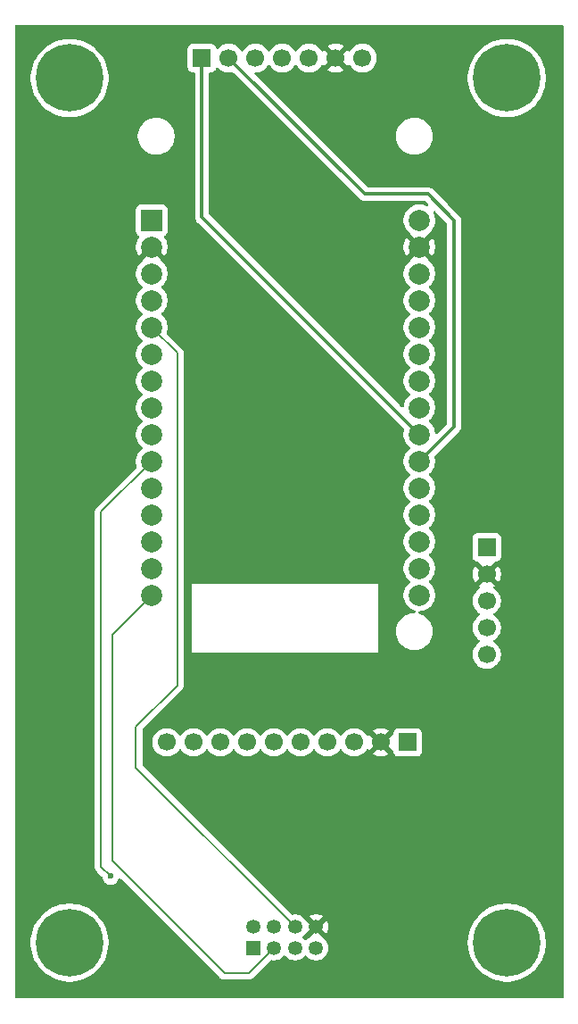
<source format=gbl>
%TF.GenerationSoftware,KiCad,Pcbnew,9.0.5*%
%TF.CreationDate,2025-11-16T15:30:45+01:00*%
%TF.ProjectId,DronePCB,44726f6e-6550-4434-922e-6b696361645f,rev?*%
%TF.SameCoordinates,Original*%
%TF.FileFunction,Copper,L2,Bot*%
%TF.FilePolarity,Positive*%
%FSLAX46Y46*%
G04 Gerber Fmt 4.6, Leading zero omitted, Abs format (unit mm)*
G04 Created by KiCad (PCBNEW 9.0.5) date 2025-11-16 15:30:45*
%MOMM*%
%LPD*%
G01*
G04 APERTURE LIST*
%TA.AperFunction,ComponentPad*%
%ADD10C,6.400000*%
%TD*%
%TA.AperFunction,ComponentPad*%
%ADD11R,1.700000X1.700000*%
%TD*%
%TA.AperFunction,ComponentPad*%
%ADD12C,1.700000*%
%TD*%
%TA.AperFunction,ComponentPad*%
%ADD13R,2.000000X2.000000*%
%TD*%
%TA.AperFunction,ComponentPad*%
%ADD14C,2.000000*%
%TD*%
%TA.AperFunction,ComponentPad*%
%ADD15R,1.350000X1.350000*%
%TD*%
%TA.AperFunction,ComponentPad*%
%ADD16C,1.350000*%
%TD*%
%TA.AperFunction,ViaPad*%
%ADD17C,0.600000*%
%TD*%
%TA.AperFunction,Conductor*%
%ADD18C,0.300000*%
%TD*%
%TA.AperFunction,Conductor*%
%ADD19C,0.200000*%
%TD*%
G04 APERTURE END LIST*
D10*
%TO.P,H1,1*%
%TO.N,N/C*%
X22000000Y-104500000D03*
%TD*%
%TO.P,H2,1*%
%TO.N,N/C*%
X63500000Y-104500000D03*
%TD*%
%TO.P,H3,1*%
%TO.N,N/C*%
X22000000Y-22500000D03*
%TD*%
D11*
%TO.P,SIGNAUX,1,Pin_1*%
%TO.N,Moteur4*%
X34560000Y-20600000D03*
D12*
%TO.P,SIGNAUX,2,Pin_2*%
%TO.N,Moteur3*%
X37100000Y-20600000D03*
%TO.P,SIGNAUX,3,Pin_3*%
%TO.N,Moteur2*%
X39640000Y-20600000D03*
%TO.P,SIGNAUX,4,Pin_4*%
%TO.N,Moteur1*%
X42180000Y-20600000D03*
%TO.P,SIGNAUX,5,Pin_5*%
%TO.N,BEC_5V*%
X44720000Y-20600000D03*
%TO.P,SIGNAUX,6,Pin_6*%
%TO.N,GND*%
X47260000Y-20600000D03*
%TO.P,SIGNAUX,7,Pin_7*%
%TO.N,BAT*%
X49800000Y-20600000D03*
%TD*%
D13*
%TO.P,U1,1,3V3*%
%TO.N,3V3*%
X29800000Y-35985000D03*
D14*
%TO.P,U1,2,GND*%
%TO.N,GND*%
X29800000Y-38525000D03*
%TO.P,U1,3,D15*%
%TO.N,GPLED*%
X29800000Y-41065000D03*
%TO.P,U1,4,D2*%
%TO.N,unconnected-(U1-D2-Pad4)*%
X29800000Y-43605000D03*
%TO.P,U1,5,D4*%
%TO.N,NRF_CE*%
X29800000Y-46145000D03*
%TO.P,U1,6,RX2*%
%TO.N,unconnected-(U1-RX2-Pad6)*%
X29800000Y-48685000D03*
%TO.P,U1,7,TX2*%
%TO.N,unconnected-(U1-TX2-Pad7)*%
X29800000Y-51225000D03*
%TO.P,U1,8,D5*%
%TO.N,NRF_CSN*%
X29800000Y-53765000D03*
%TO.P,U1,9,D18*%
%TO.N,SCK*%
X29800000Y-56305000D03*
%TO.P,U1,10,D19*%
%TO.N,MISO*%
X29800000Y-58845000D03*
%TO.P,U1,11,D21*%
%TO.N,SDA_0*%
X29800000Y-61385000D03*
%TO.P,U1,12,RX0*%
%TO.N,unconnected-(U1-RX0-Pad12)*%
X29800000Y-63925000D03*
%TO.P,U1,13,TX0*%
%TO.N,unconnected-(U1-TX0-Pad13)*%
X29800000Y-66465000D03*
%TO.P,U1,14,D22*%
%TO.N,SCL_0*%
X29800000Y-69005000D03*
%TO.P,U1,15,D23*%
%TO.N,MOSI*%
X29800000Y-71545000D03*
%TO.P,U1,16,EN*%
%TO.N,unconnected-(U1-EN-Pad16)*%
X55200000Y-71545000D03*
%TO.P,U1,17,VP*%
%TO.N,unconnected-(U1-VP-Pad17)*%
X55200000Y-69005000D03*
%TO.P,U1,18,VN*%
%TO.N,unconnected-(U1-VN-Pad18)*%
X55200000Y-66465000D03*
%TO.P,U1,19,D34*%
%TO.N,BatteryCheck*%
X55200000Y-63925000D03*
%TO.P,U1,20,D35*%
%TO.N,unconnected-(U1-D35-Pad20)*%
X55200000Y-61385000D03*
%TO.P,U1,21,D32*%
%TO.N,Moteur3*%
X55200000Y-58845000D03*
%TO.P,U1,22,D33*%
%TO.N,Moteur4*%
X55200000Y-56305000D03*
%TO.P,U1,23,D25*%
%TO.N,SCL_1*%
X55200000Y-53765000D03*
%TO.P,U1,24,D26*%
%TO.N,SDA_1*%
X55200000Y-51225000D03*
%TO.P,U1,25,D27*%
%TO.N,unconnected-(U1-D27-Pad25)*%
X55200000Y-48685000D03*
%TO.P,U1,26,D14*%
%TO.N,Moteur2*%
X55200000Y-46145000D03*
%TO.P,U1,27,D12*%
%TO.N,ReadyToFlyLED*%
X55200000Y-43605000D03*
%TO.P,U1,28,D13*%
%TO.N,Moteur1*%
X55200000Y-41065000D03*
%TO.P,U1,29,GND*%
%TO.N,GND*%
X55200000Y-38525000D03*
%TO.P,U1,30,VIN*%
%TO.N,BEC_5V*%
X55200000Y-35985000D03*
%TD*%
D11*
%TO.P,GY-271,1,Pin_1*%
%TO.N,3V3*%
X61600000Y-67000000D03*
D12*
%TO.P,GY-271,2,Pin_2*%
%TO.N,GND*%
X61600000Y-69540000D03*
%TO.P,GY-271,3,Pin_3*%
%TO.N,SCL_1*%
X61600000Y-72080000D03*
%TO.P,GY-271,4,Pin_4*%
%TO.N,SDA_1*%
X61600000Y-74620000D03*
%TO.P,GY-271,5,Pin_5*%
%TO.N,unconnected-(GY-271-Pin_5-Pad5)*%
X61600000Y-77160000D03*
%TD*%
D10*
%TO.P,H4,1*%
%TO.N,N/C*%
X63500000Y-22500000D03*
%TD*%
D11*
%TO.P,MPU9265,1,Pin_1*%
%TO.N,3V3*%
X54080000Y-85500000D03*
D12*
%TO.P,MPU9265,2,Pin_2*%
%TO.N,GND*%
X51540000Y-85500000D03*
%TO.P,MPU9265,3,Pin_3*%
%TO.N,SCL_0*%
X49000000Y-85500000D03*
%TO.P,MPU9265,4,Pin_4*%
%TO.N,SDA_0*%
X46460000Y-85500000D03*
%TO.P,MPU9265,5,Pin_5*%
%TO.N,unconnected-(MPU9265-Pin_5-Pad5)*%
X43920000Y-85500000D03*
%TO.P,MPU9265,6,Pin_6*%
%TO.N,unconnected-(MPU9265-Pin_6-Pad6)*%
X41380000Y-85500000D03*
%TO.P,MPU9265,7,Pin_7*%
%TO.N,unconnected-(MPU9265-Pin_7-Pad7)*%
X38840000Y-85500000D03*
%TO.P,MPU9265,8,Pin_8*%
%TO.N,unconnected-(MPU9265-Pin_8-Pad8)*%
X36300000Y-85500000D03*
%TO.P,MPU9265,9,Pin_9*%
%TO.N,unconnected-(MPU9265-Pin_9-Pad9)*%
X33760000Y-85500000D03*
%TO.P,MPU9265,10,Pin_10*%
%TO.N,unconnected-(MPU9265-Pin_10-Pad10)*%
X31220000Y-85500000D03*
%TD*%
D15*
%TO.P,NRF24L01,1,Pin_1*%
%TO.N,unconnected-(NRF24L01-Pin_1-Pad1)*%
X39400000Y-105000000D03*
D16*
%TO.P,NRF24L01,2,Pin_2*%
%TO.N,MISO*%
X39400000Y-103000000D03*
%TO.P,NRF24L01,3,Pin_3*%
%TO.N,MOSI*%
X41400000Y-105000000D03*
%TO.P,NRF24L01,4,Pin_4*%
%TO.N,SCK*%
X41400000Y-103000000D03*
%TO.P,NRF24L01,5,Pin_5*%
%TO.N,NRF_CSN*%
X43400000Y-105000000D03*
%TO.P,NRF24L01,6,Pin_6*%
%TO.N,NRF_CE*%
X43400000Y-103000000D03*
%TO.P,NRF24L01,7,Pin_7*%
%TO.N,3V3*%
X45400000Y-105000000D03*
%TO.P,NRF24L01,8,Pin_8*%
%TO.N,GND*%
X45400000Y-103000000D03*
%TD*%
D17*
%TO.N,GND*%
X49000000Y-46000000D03*
X44500000Y-41000000D03*
X38000000Y-35000000D03*
X37500000Y-53000000D03*
X47000000Y-63500000D03*
X38000000Y-63500000D03*
X40000000Y-93500000D03*
X35000000Y-90000000D03*
X65000000Y-75000000D03*
X65000000Y-95000000D03*
X60500000Y-38500000D03*
X20000000Y-95000000D03*
X65000000Y-35000000D03*
X65000000Y-85000000D03*
X20000000Y-75000000D03*
X20000000Y-35000000D03*
X65500000Y-44500000D03*
X59500000Y-95000000D03*
X65000000Y-65000000D03*
X60000000Y-55000000D03*
X25000000Y-45000000D03*
X20000000Y-85000000D03*
X48000000Y-95000000D03*
X20000000Y-65000000D03*
X65000000Y-55000000D03*
X20000000Y-55000000D03*
%TO.N,MISO*%
X25900000Y-98200000D03*
%TD*%
D18*
%TO.N,Moteur3*%
X56000000Y-33500000D02*
X50000000Y-33500000D01*
X58500000Y-36000000D02*
X56000000Y-33500000D01*
X58500000Y-55545000D02*
X58500000Y-36000000D01*
X50000000Y-33500000D02*
X37100000Y-20600000D01*
X55200000Y-58845000D02*
X58500000Y-55545000D01*
%TO.N,Moteur4*%
X34560000Y-35665000D02*
X55200000Y-56305000D01*
X34560000Y-20600000D02*
X34560000Y-35665000D01*
D19*
%TO.N,GND*%
X48000000Y-95000000D02*
X59500000Y-95000000D01*
%TO.N,MOSI*%
X26022500Y-96722500D02*
X36700000Y-107400000D01*
X39000000Y-107400000D02*
X41400000Y-105000000D01*
X29800000Y-71545000D02*
X26022500Y-75322500D01*
X26022500Y-75322500D02*
X26022500Y-96722500D01*
X36700000Y-107400000D02*
X39000000Y-107400000D01*
%TO.N,NRF_CE*%
X28300000Y-84000000D02*
X28300000Y-87900000D01*
X29800000Y-46145000D02*
X32200000Y-48545000D01*
X32200000Y-80100000D02*
X28300000Y-84000000D01*
X32200000Y-48545000D02*
X32200000Y-80100000D01*
X28300000Y-87900000D02*
X43400000Y-103000000D01*
%TO.N,MISO*%
X25000000Y-97300000D02*
X25900000Y-98200000D01*
X25000000Y-63645000D02*
X25000000Y-97300000D01*
X29800000Y-58845000D02*
X25000000Y-63645000D01*
%TD*%
%TA.AperFunction,Conductor*%
%TO.N,GND*%
G36*
X45000000Y-103052661D02*
G01*
X45027259Y-103154394D01*
X45079920Y-103245606D01*
X45154394Y-103320080D01*
X45245606Y-103372741D01*
X45347339Y-103400000D01*
X45353553Y-103400000D01*
X44739355Y-104014196D01*
X44708833Y-104049163D01*
X44634213Y-104103378D01*
X44503381Y-104234210D01*
X44500314Y-104238432D01*
X44444981Y-104281094D01*
X44375367Y-104287069D01*
X44313574Y-104254459D01*
X44312319Y-104253222D01*
X44305418Y-104246321D01*
X44296621Y-104234213D01*
X44165787Y-104103379D01*
X44153672Y-104094576D01*
X44146777Y-104087682D01*
X44134522Y-104065239D01*
X44118909Y-104044994D01*
X44118057Y-104035086D01*
X44113292Y-104026359D01*
X44115115Y-104000858D01*
X44112926Y-103975381D01*
X44117566Y-103966584D01*
X44118276Y-103956667D01*
X44133598Y-103936198D01*
X44145529Y-103913585D01*
X44159752Y-103901259D01*
X44160147Y-103900733D01*
X44160521Y-103900593D01*
X44161570Y-103899684D01*
X44165787Y-103896621D01*
X44296621Y-103765787D01*
X44350836Y-103691166D01*
X44370257Y-103676189D01*
X45000000Y-103046446D01*
X45000000Y-103052661D01*
G37*
%TD.AperFunction*%
%TA.AperFunction,Conductor*%
G36*
X56730193Y-35150139D02*
G01*
X57813181Y-36233127D01*
X57846666Y-36294450D01*
X57849500Y-36320808D01*
X57849500Y-55224191D01*
X57829815Y-55291230D01*
X57813181Y-55311872D01*
X56905077Y-56219975D01*
X56843754Y-56253460D01*
X56774062Y-56248476D01*
X56718129Y-56206604D01*
X56694923Y-56151692D01*
X56663553Y-55953631D01*
X56618875Y-55816128D01*
X56590568Y-55729008D01*
X56590566Y-55729005D01*
X56590566Y-55729003D01*
X56483342Y-55518566D01*
X56344517Y-55327490D01*
X56177510Y-55160483D01*
X56142872Y-55135317D01*
X56100207Y-55079989D01*
X56094228Y-55010375D01*
X56126833Y-54948580D01*
X56142873Y-54934682D01*
X56177510Y-54909517D01*
X56344517Y-54742510D01*
X56483343Y-54551433D01*
X56590568Y-54340992D01*
X56663553Y-54116368D01*
X56700500Y-53883097D01*
X56700500Y-53646902D01*
X56663553Y-53413631D01*
X56590566Y-53189003D01*
X56483342Y-52978566D01*
X56344517Y-52787490D01*
X56177510Y-52620483D01*
X56142872Y-52595317D01*
X56100207Y-52539989D01*
X56094228Y-52470375D01*
X56126833Y-52408580D01*
X56142873Y-52394682D01*
X56177510Y-52369517D01*
X56344517Y-52202510D01*
X56483343Y-52011433D01*
X56590568Y-51800992D01*
X56663553Y-51576368D01*
X56700500Y-51343097D01*
X56700500Y-51106902D01*
X56663553Y-50873631D01*
X56590566Y-50649003D01*
X56483342Y-50438566D01*
X56344517Y-50247490D01*
X56177510Y-50080483D01*
X56142872Y-50055317D01*
X56100207Y-49999989D01*
X56094228Y-49930375D01*
X56126833Y-49868580D01*
X56142873Y-49854682D01*
X56177510Y-49829517D01*
X56344517Y-49662510D01*
X56483343Y-49471433D01*
X56590568Y-49260992D01*
X56663553Y-49036368D01*
X56700500Y-48803097D01*
X56700500Y-48566902D01*
X56663553Y-48333631D01*
X56590566Y-48109003D01*
X56483342Y-47898566D01*
X56344517Y-47707490D01*
X56177510Y-47540483D01*
X56142872Y-47515317D01*
X56100207Y-47459989D01*
X56094228Y-47390375D01*
X56126833Y-47328580D01*
X56142873Y-47314682D01*
X56177510Y-47289517D01*
X56344517Y-47122510D01*
X56483343Y-46931433D01*
X56590568Y-46720992D01*
X56663553Y-46496368D01*
X56663554Y-46496362D01*
X56700500Y-46263097D01*
X56700500Y-46026902D01*
X56663553Y-45793631D01*
X56590566Y-45569003D01*
X56483342Y-45358566D01*
X56344517Y-45167490D01*
X56177510Y-45000483D01*
X56142872Y-44975317D01*
X56100207Y-44919989D01*
X56094228Y-44850375D01*
X56126833Y-44788580D01*
X56142873Y-44774682D01*
X56177510Y-44749517D01*
X56344517Y-44582510D01*
X56483343Y-44391433D01*
X56590568Y-44180992D01*
X56663553Y-43956368D01*
X56700500Y-43723097D01*
X56700500Y-43486902D01*
X56663553Y-43253631D01*
X56590566Y-43029003D01*
X56483342Y-42818566D01*
X56344517Y-42627490D01*
X56177510Y-42460483D01*
X56142872Y-42435317D01*
X56100207Y-42379989D01*
X56094228Y-42310375D01*
X56126833Y-42248580D01*
X56142873Y-42234682D01*
X56177510Y-42209517D01*
X56344517Y-42042510D01*
X56483343Y-41851433D01*
X56590568Y-41640992D01*
X56663553Y-41416368D01*
X56700500Y-41183097D01*
X56700500Y-40946902D01*
X56663553Y-40713631D01*
X56590566Y-40489003D01*
X56483342Y-40278566D01*
X56344517Y-40087490D01*
X56177510Y-39920483D01*
X56118282Y-39877451D01*
X56075617Y-39822122D01*
X56067550Y-39767404D01*
X56069104Y-39747657D01*
X55337574Y-39016128D01*
X55396853Y-39000245D01*
X55513147Y-38933102D01*
X55608102Y-38838147D01*
X55675245Y-38721853D01*
X55691128Y-38662575D01*
X56422658Y-39394105D01*
X56422658Y-39394104D01*
X56482914Y-39311169D01*
X56482918Y-39311163D01*
X56590102Y-39100802D01*
X56663065Y-38876247D01*
X56700000Y-38643052D01*
X56700000Y-38406947D01*
X56663065Y-38173752D01*
X56590102Y-37949197D01*
X56482914Y-37738828D01*
X56422658Y-37655894D01*
X56422658Y-37655893D01*
X55691128Y-38387424D01*
X55675245Y-38328147D01*
X55608102Y-38211853D01*
X55513147Y-38116898D01*
X55396853Y-38049755D01*
X55337574Y-38033871D01*
X56069105Y-37302340D01*
X56067551Y-37282594D01*
X56081915Y-37214216D01*
X56118284Y-37172547D01*
X56177510Y-37129517D01*
X56344517Y-36962510D01*
X56483343Y-36771433D01*
X56590568Y-36560992D01*
X56663553Y-36336368D01*
X56670192Y-36294450D01*
X56700500Y-36103097D01*
X56700500Y-35866902D01*
X56663553Y-35633631D01*
X56590566Y-35409003D01*
X56532027Y-35294115D01*
X56519131Y-35225446D01*
X56545407Y-35160705D01*
X56602514Y-35120448D01*
X56672319Y-35117456D01*
X56730193Y-35150139D01*
G37*
%TD.AperFunction*%
%TA.AperFunction,Conductor*%
G36*
X36078418Y-21495417D02*
G01*
X36106673Y-21516569D01*
X36220213Y-21630109D01*
X36392179Y-21755048D01*
X36392181Y-21755049D01*
X36392184Y-21755051D01*
X36581588Y-21851557D01*
X36783757Y-21917246D01*
X36993713Y-21950500D01*
X36993714Y-21950500D01*
X37206286Y-21950500D01*
X37206287Y-21950500D01*
X37316111Y-21933105D01*
X37421055Y-21916484D01*
X37421315Y-21918128D01*
X37483852Y-21921250D01*
X37530711Y-21950657D01*
X49585325Y-34005272D01*
X49585326Y-34005273D01*
X49585329Y-34005275D01*
X49585331Y-34005277D01*
X49691873Y-34076465D01*
X49810256Y-34125501D01*
X49810260Y-34125501D01*
X49810261Y-34125502D01*
X49935928Y-34150500D01*
X49935931Y-34150500D01*
X55679192Y-34150500D01*
X55746231Y-34170185D01*
X55766873Y-34186819D01*
X56034860Y-34454806D01*
X56068345Y-34516129D01*
X56063361Y-34585821D01*
X56021489Y-34641754D01*
X55956025Y-34666171D01*
X55890884Y-34652972D01*
X55775996Y-34594433D01*
X55551368Y-34521446D01*
X55318097Y-34484500D01*
X55318092Y-34484500D01*
X55081908Y-34484500D01*
X55081903Y-34484500D01*
X54848631Y-34521446D01*
X54624003Y-34594433D01*
X54413566Y-34701657D01*
X54357119Y-34742669D01*
X54222490Y-34840483D01*
X54222488Y-34840485D01*
X54222487Y-34840485D01*
X54055485Y-35007487D01*
X54055485Y-35007488D01*
X54055483Y-35007490D01*
X53995862Y-35089550D01*
X53916657Y-35198566D01*
X53809433Y-35409003D01*
X53736446Y-35633631D01*
X53699500Y-35866902D01*
X53699500Y-36103097D01*
X53736446Y-36336368D01*
X53809433Y-36560996D01*
X53916657Y-36771433D01*
X54055483Y-36962510D01*
X54222490Y-37129517D01*
X54281716Y-37172547D01*
X54324381Y-37227875D01*
X54332448Y-37282593D01*
X54330893Y-37302340D01*
X55062425Y-38033871D01*
X55003147Y-38049755D01*
X54886853Y-38116898D01*
X54791898Y-38211853D01*
X54724755Y-38328147D01*
X54708871Y-38387425D01*
X53977340Y-37655894D01*
X53917084Y-37738830D01*
X53809897Y-37949197D01*
X53736934Y-38173752D01*
X53700000Y-38406947D01*
X53700000Y-38643052D01*
X53736934Y-38876247D01*
X53809897Y-39100802D01*
X53917087Y-39311174D01*
X53977338Y-39394104D01*
X53977340Y-39394105D01*
X54708871Y-38662574D01*
X54724755Y-38721853D01*
X54791898Y-38838147D01*
X54886853Y-38933102D01*
X55003147Y-39000245D01*
X55062425Y-39016128D01*
X54330893Y-39747658D01*
X54332448Y-39767405D01*
X54318084Y-39835783D01*
X54281717Y-39877451D01*
X54222490Y-39920482D01*
X54055485Y-40087487D01*
X54055485Y-40087488D01*
X54055483Y-40087490D01*
X53995862Y-40169550D01*
X53916657Y-40278566D01*
X53809433Y-40489003D01*
X53736446Y-40713631D01*
X53699500Y-40946902D01*
X53699500Y-41183097D01*
X53736446Y-41416368D01*
X53809433Y-41640996D01*
X53916657Y-41851433D01*
X54055483Y-42042510D01*
X54222490Y-42209517D01*
X54257127Y-42234683D01*
X54299792Y-42290013D01*
X54305771Y-42359626D01*
X54273165Y-42421421D01*
X54257130Y-42435315D01*
X54239365Y-42448222D01*
X54222488Y-42460484D01*
X54055485Y-42627487D01*
X54055485Y-42627488D01*
X54055483Y-42627490D01*
X53995862Y-42709550D01*
X53916657Y-42818566D01*
X53809433Y-43029003D01*
X53736446Y-43253631D01*
X53699500Y-43486902D01*
X53699500Y-43723097D01*
X53736446Y-43956368D01*
X53809433Y-44180996D01*
X53916657Y-44391433D01*
X54055483Y-44582510D01*
X54222490Y-44749517D01*
X54257127Y-44774683D01*
X54299792Y-44830013D01*
X54305771Y-44899626D01*
X54273165Y-44961421D01*
X54257130Y-44975315D01*
X54239365Y-44988222D01*
X54222488Y-45000484D01*
X54055485Y-45167487D01*
X54055485Y-45167488D01*
X54055483Y-45167490D01*
X53995862Y-45249550D01*
X53916657Y-45358566D01*
X53809433Y-45569003D01*
X53736446Y-45793631D01*
X53699500Y-46026902D01*
X53699500Y-46263097D01*
X53736446Y-46496368D01*
X53809433Y-46720996D01*
X53916657Y-46931433D01*
X54055483Y-47122510D01*
X54222490Y-47289517D01*
X54257127Y-47314683D01*
X54299792Y-47370013D01*
X54305771Y-47439626D01*
X54273165Y-47501421D01*
X54257130Y-47515315D01*
X54239365Y-47528222D01*
X54222488Y-47540484D01*
X54055485Y-47707487D01*
X54055485Y-47707488D01*
X54055483Y-47707490D01*
X53995862Y-47789550D01*
X53916657Y-47898566D01*
X53809433Y-48109003D01*
X53736446Y-48333631D01*
X53699500Y-48566902D01*
X53699500Y-48803097D01*
X53736446Y-49036368D01*
X53809433Y-49260996D01*
X53916657Y-49471433D01*
X54055483Y-49662510D01*
X54222490Y-49829517D01*
X54257127Y-49854683D01*
X54299792Y-49910013D01*
X54305771Y-49979626D01*
X54273165Y-50041421D01*
X54257130Y-50055315D01*
X54239365Y-50068222D01*
X54222488Y-50080484D01*
X54055485Y-50247487D01*
X54055485Y-50247488D01*
X54055483Y-50247490D01*
X53995862Y-50329550D01*
X53916657Y-50438566D01*
X53809433Y-50649003D01*
X53736446Y-50873631D01*
X53699500Y-51106902D01*
X53699500Y-51343097D01*
X53736446Y-51576368D01*
X53809433Y-51800996D01*
X53916657Y-52011433D01*
X54055483Y-52202510D01*
X54222490Y-52369517D01*
X54257127Y-52394683D01*
X54299792Y-52450013D01*
X54305771Y-52519626D01*
X54273165Y-52581421D01*
X54257130Y-52595315D01*
X54239365Y-52608222D01*
X54222488Y-52620484D01*
X54055485Y-52787487D01*
X54055485Y-52787488D01*
X54055483Y-52787490D01*
X53995862Y-52869550D01*
X53916657Y-52978566D01*
X53809433Y-53189003D01*
X53736447Y-53413630D01*
X53705076Y-53611694D01*
X53675146Y-53674828D01*
X53615835Y-53711759D01*
X53545972Y-53710761D01*
X53494922Y-53679976D01*
X35246819Y-35431873D01*
X35213334Y-35370550D01*
X35210500Y-35344192D01*
X35210500Y-22074499D01*
X35230185Y-22007460D01*
X35282989Y-21961705D01*
X35334500Y-21950499D01*
X35457871Y-21950499D01*
X35457872Y-21950499D01*
X35517483Y-21944091D01*
X35652331Y-21893796D01*
X35767546Y-21807546D01*
X35853796Y-21692331D01*
X35902810Y-21560916D01*
X35944681Y-21504984D01*
X36010145Y-21480566D01*
X36078418Y-21495417D01*
G37*
%TD.AperFunction*%
%TA.AperFunction,Conductor*%
G36*
X68842539Y-17520185D02*
G01*
X68888294Y-17572989D01*
X68899500Y-17624500D01*
X68899500Y-109675500D01*
X68879815Y-109742539D01*
X68827011Y-109788294D01*
X68775500Y-109799500D01*
X16924500Y-109799500D01*
X16857461Y-109779815D01*
X16811706Y-109727011D01*
X16800500Y-109675500D01*
X16800500Y-104318206D01*
X18299500Y-104318206D01*
X18299500Y-104681794D01*
X18310337Y-104791829D01*
X18335137Y-105043630D01*
X18406064Y-105400212D01*
X18406067Y-105400223D01*
X18511614Y-105748165D01*
X18650754Y-106084078D01*
X18650756Y-106084083D01*
X18822140Y-106404720D01*
X18822151Y-106404738D01*
X19024140Y-106707035D01*
X19024150Y-106707049D01*
X19254807Y-106988106D01*
X19511893Y-107245192D01*
X19511898Y-107245196D01*
X19511899Y-107245197D01*
X19792956Y-107475854D01*
X20095268Y-107677853D01*
X20095277Y-107677858D01*
X20095279Y-107677859D01*
X20415916Y-107849243D01*
X20415918Y-107849243D01*
X20415924Y-107849247D01*
X20751836Y-107988386D01*
X21099767Y-108093930D01*
X21099773Y-108093931D01*
X21099776Y-108093932D01*
X21099787Y-108093935D01*
X21456369Y-108164862D01*
X21818206Y-108200500D01*
X21818209Y-108200500D01*
X22181791Y-108200500D01*
X22181794Y-108200500D01*
X22543631Y-108164862D01*
X22613045Y-108151054D01*
X22900212Y-108093935D01*
X22900223Y-108093932D01*
X22900223Y-108093931D01*
X22900233Y-108093930D01*
X23248164Y-107988386D01*
X23584076Y-107849247D01*
X23904732Y-107677853D01*
X24207044Y-107475854D01*
X24488101Y-107245197D01*
X24745197Y-106988101D01*
X24975854Y-106707044D01*
X25177853Y-106404732D01*
X25349247Y-106084076D01*
X25488386Y-105748164D01*
X25593930Y-105400233D01*
X25593932Y-105400223D01*
X25593935Y-105400212D01*
X25664862Y-105043630D01*
X25678271Y-104907486D01*
X25700500Y-104681794D01*
X25700500Y-104318206D01*
X25664862Y-103956369D01*
X25653900Y-103901259D01*
X25593935Y-103599787D01*
X25593932Y-103599776D01*
X25593931Y-103599773D01*
X25593930Y-103599767D01*
X25488386Y-103251836D01*
X25349247Y-102915924D01*
X25311661Y-102845606D01*
X25177859Y-102595279D01*
X25177858Y-102595277D01*
X25177853Y-102595268D01*
X24975854Y-102292956D01*
X24745197Y-102011899D01*
X24745196Y-102011898D01*
X24745192Y-102011893D01*
X24488106Y-101754807D01*
X24207049Y-101524150D01*
X24207048Y-101524149D01*
X24207044Y-101524146D01*
X23904732Y-101322147D01*
X23904727Y-101322144D01*
X23904720Y-101322140D01*
X23584083Y-101150756D01*
X23584078Y-101150754D01*
X23248165Y-101011614D01*
X22900223Y-100906067D01*
X22900212Y-100906064D01*
X22543630Y-100835137D01*
X22271111Y-100808296D01*
X22181794Y-100799500D01*
X21818206Y-100799500D01*
X21735679Y-100807628D01*
X21456369Y-100835137D01*
X21099787Y-100906064D01*
X21099776Y-100906067D01*
X20751834Y-101011614D01*
X20415921Y-101150754D01*
X20415916Y-101150756D01*
X20095279Y-101322140D01*
X20095261Y-101322151D01*
X19792964Y-101524140D01*
X19792950Y-101524150D01*
X19511893Y-101754807D01*
X19254807Y-102011893D01*
X19024150Y-102292950D01*
X19024140Y-102292964D01*
X18822151Y-102595261D01*
X18822140Y-102595279D01*
X18650756Y-102915916D01*
X18650754Y-102915921D01*
X18511614Y-103251834D01*
X18406067Y-103599776D01*
X18406064Y-103599787D01*
X18335137Y-103956369D01*
X18312933Y-104181816D01*
X18299500Y-104318206D01*
X16800500Y-104318206D01*
X16800500Y-97379054D01*
X24399498Y-97379054D01*
X24399499Y-97379057D01*
X24440423Y-97531785D01*
X24450651Y-97549500D01*
X24519477Y-97668712D01*
X24519481Y-97668717D01*
X24638349Y-97787585D01*
X24638355Y-97787590D01*
X25065425Y-98214660D01*
X25098910Y-98275983D01*
X25099361Y-98278149D01*
X25130261Y-98433491D01*
X25130264Y-98433501D01*
X25190602Y-98579172D01*
X25190609Y-98579185D01*
X25278210Y-98710288D01*
X25278213Y-98710292D01*
X25389707Y-98821786D01*
X25389711Y-98821789D01*
X25520814Y-98909390D01*
X25520827Y-98909397D01*
X25666498Y-98969735D01*
X25666503Y-98969737D01*
X25821153Y-99000499D01*
X25821156Y-99000500D01*
X25821158Y-99000500D01*
X25978844Y-99000500D01*
X25978845Y-99000499D01*
X26133497Y-98969737D01*
X26279179Y-98909394D01*
X26410289Y-98821789D01*
X26521789Y-98710289D01*
X26609394Y-98579179D01*
X26661552Y-98453258D01*
X26705392Y-98398854D01*
X26771687Y-98376789D01*
X26839386Y-98394068D01*
X26863794Y-98413029D01*
X36215139Y-107764374D01*
X36215149Y-107764385D01*
X36219479Y-107768715D01*
X36219480Y-107768716D01*
X36331284Y-107880520D01*
X36418095Y-107930639D01*
X36418097Y-107930641D01*
X36468213Y-107959576D01*
X36468215Y-107959577D01*
X36620942Y-108000500D01*
X36620943Y-108000500D01*
X38913331Y-108000500D01*
X38913347Y-108000501D01*
X38920943Y-108000501D01*
X39079054Y-108000501D01*
X39079057Y-108000501D01*
X39231785Y-107959577D01*
X39281904Y-107930639D01*
X39368716Y-107880520D01*
X39480520Y-107768716D01*
X39480520Y-107768714D01*
X39490728Y-107758507D01*
X39490729Y-107758504D01*
X41061021Y-106188213D01*
X41122342Y-106154730D01*
X41168098Y-106153423D01*
X41307486Y-106175500D01*
X41307487Y-106175500D01*
X41492513Y-106175500D01*
X41492514Y-106175500D01*
X41675264Y-106146555D01*
X41851235Y-106089379D01*
X42016096Y-106005378D01*
X42165787Y-105896621D01*
X42296621Y-105765787D01*
X42299680Y-105761576D01*
X42355006Y-105718909D01*
X42424619Y-105712926D01*
X42486415Y-105745529D01*
X42500315Y-105761570D01*
X42503379Y-105765787D01*
X42634213Y-105896621D01*
X42783904Y-106005378D01*
X42837224Y-106032546D01*
X42948764Y-106089379D01*
X42948767Y-106089380D01*
X43036750Y-106117967D01*
X43124736Y-106146555D01*
X43307486Y-106175500D01*
X43307487Y-106175500D01*
X43492513Y-106175500D01*
X43492514Y-106175500D01*
X43675264Y-106146555D01*
X43851235Y-106089379D01*
X44016096Y-106005378D01*
X44165787Y-105896621D01*
X44296621Y-105765787D01*
X44299680Y-105761576D01*
X44355006Y-105718909D01*
X44424619Y-105712926D01*
X44486415Y-105745529D01*
X44500315Y-105761570D01*
X44503379Y-105765787D01*
X44634213Y-105896621D01*
X44783904Y-106005378D01*
X44837224Y-106032546D01*
X44948764Y-106089379D01*
X44948767Y-106089380D01*
X45036750Y-106117967D01*
X45124736Y-106146555D01*
X45307486Y-106175500D01*
X45307487Y-106175500D01*
X45492513Y-106175500D01*
X45492514Y-106175500D01*
X45675264Y-106146555D01*
X45851235Y-106089379D01*
X46016096Y-106005378D01*
X46165787Y-105896621D01*
X46296621Y-105765787D01*
X46405378Y-105616096D01*
X46489379Y-105451235D01*
X46546555Y-105275264D01*
X46575500Y-105092514D01*
X46575500Y-104907486D01*
X46546555Y-104724736D01*
X46489379Y-104548765D01*
X46489379Y-104548764D01*
X46405377Y-104383903D01*
X46399999Y-104376501D01*
X46357645Y-104318206D01*
X59799500Y-104318206D01*
X59799500Y-104681794D01*
X59810337Y-104791829D01*
X59835137Y-105043630D01*
X59906064Y-105400212D01*
X59906067Y-105400223D01*
X60011614Y-105748165D01*
X60150754Y-106084078D01*
X60150756Y-106084083D01*
X60322140Y-106404720D01*
X60322151Y-106404738D01*
X60524140Y-106707035D01*
X60524150Y-106707049D01*
X60754807Y-106988106D01*
X61011893Y-107245192D01*
X61011898Y-107245196D01*
X61011899Y-107245197D01*
X61292956Y-107475854D01*
X61595268Y-107677853D01*
X61595277Y-107677858D01*
X61595279Y-107677859D01*
X61915916Y-107849243D01*
X61915918Y-107849243D01*
X61915924Y-107849247D01*
X62251836Y-107988386D01*
X62599767Y-108093930D01*
X62599773Y-108093931D01*
X62599776Y-108093932D01*
X62599787Y-108093935D01*
X62956369Y-108164862D01*
X63318206Y-108200500D01*
X63318209Y-108200500D01*
X63681791Y-108200500D01*
X63681794Y-108200500D01*
X64043631Y-108164862D01*
X64113045Y-108151054D01*
X64400212Y-108093935D01*
X64400223Y-108093932D01*
X64400223Y-108093931D01*
X64400233Y-108093930D01*
X64748164Y-107988386D01*
X65084076Y-107849247D01*
X65404732Y-107677853D01*
X65707044Y-107475854D01*
X65988101Y-107245197D01*
X66245197Y-106988101D01*
X66475854Y-106707044D01*
X66677853Y-106404732D01*
X66849247Y-106084076D01*
X66988386Y-105748164D01*
X67093930Y-105400233D01*
X67093932Y-105400223D01*
X67093935Y-105400212D01*
X67164862Y-105043630D01*
X67178271Y-104907486D01*
X67200500Y-104681794D01*
X67200500Y-104318206D01*
X67164862Y-103956369D01*
X67153900Y-103901259D01*
X67093935Y-103599787D01*
X67093932Y-103599776D01*
X67093931Y-103599773D01*
X67093930Y-103599767D01*
X66988386Y-103251836D01*
X66849247Y-102915924D01*
X66811661Y-102845606D01*
X66677859Y-102595279D01*
X66677858Y-102595277D01*
X66677853Y-102595268D01*
X66475854Y-102292956D01*
X66245197Y-102011899D01*
X66245196Y-102011898D01*
X66245192Y-102011893D01*
X65988106Y-101754807D01*
X65707049Y-101524150D01*
X65707048Y-101524149D01*
X65707044Y-101524146D01*
X65404732Y-101322147D01*
X65404727Y-101322144D01*
X65404720Y-101322140D01*
X65084083Y-101150756D01*
X65084078Y-101150754D01*
X64748165Y-101011614D01*
X64400223Y-100906067D01*
X64400212Y-100906064D01*
X64043630Y-100835137D01*
X63771111Y-100808296D01*
X63681794Y-100799500D01*
X63318206Y-100799500D01*
X63235679Y-100807628D01*
X62956369Y-100835137D01*
X62599787Y-100906064D01*
X62599776Y-100906067D01*
X62251834Y-101011614D01*
X61915921Y-101150754D01*
X61915916Y-101150756D01*
X61595279Y-101322140D01*
X61595261Y-101322151D01*
X61292964Y-101524140D01*
X61292950Y-101524150D01*
X61011893Y-101754807D01*
X60754807Y-102011893D01*
X60524150Y-102292950D01*
X60524140Y-102292964D01*
X60322151Y-102595261D01*
X60322140Y-102595279D01*
X60150756Y-102915916D01*
X60150754Y-102915921D01*
X60011614Y-103251834D01*
X59906067Y-103599776D01*
X59906064Y-103599787D01*
X59835137Y-103956369D01*
X59812933Y-104181816D01*
X59799500Y-104318206D01*
X46357645Y-104318206D01*
X46296621Y-104234213D01*
X46165787Y-104103379D01*
X46165786Y-104103378D01*
X46091165Y-104049162D01*
X46076190Y-104029742D01*
X45446448Y-103400000D01*
X45452661Y-103400000D01*
X45554394Y-103372741D01*
X45645606Y-103320080D01*
X45720080Y-103245606D01*
X45772741Y-103154394D01*
X45800000Y-103052661D01*
X45800000Y-103046448D01*
X46389983Y-103636431D01*
X46389984Y-103636430D01*
X46404942Y-103615845D01*
X46404947Y-103615836D01*
X46488915Y-103451043D01*
X46488916Y-103451040D01*
X46546066Y-103275147D01*
X46575000Y-103092473D01*
X46575000Y-102907526D01*
X46546066Y-102724852D01*
X46488916Y-102548959D01*
X46488915Y-102548956D01*
X46404949Y-102384165D01*
X46389983Y-102363568D01*
X45800000Y-102953551D01*
X45800000Y-102947339D01*
X45772741Y-102845606D01*
X45720080Y-102754394D01*
X45645606Y-102679920D01*
X45554394Y-102627259D01*
X45452661Y-102600000D01*
X45446447Y-102600000D01*
X46036431Y-102010016D01*
X46036430Y-102010015D01*
X46015834Y-101995050D01*
X45851043Y-101911084D01*
X45851040Y-101911083D01*
X45675147Y-101853933D01*
X45492473Y-101825000D01*
X45307527Y-101825000D01*
X45124852Y-101853933D01*
X44948959Y-101911083D01*
X44948956Y-101911084D01*
X44784167Y-101995049D01*
X44763568Y-102010015D01*
X45353554Y-102600000D01*
X45347339Y-102600000D01*
X45245606Y-102627259D01*
X45154394Y-102679920D01*
X45079920Y-102754394D01*
X45027259Y-102845606D01*
X45000000Y-102947339D01*
X45000000Y-102953552D01*
X44388310Y-102341862D01*
X44387844Y-102341491D01*
X44384541Y-102340536D01*
X44372885Y-102329573D01*
X44357773Y-102317532D01*
X44354109Y-102313338D01*
X44296621Y-102234213D01*
X44165787Y-102103379D01*
X44016096Y-101994622D01*
X43851235Y-101910620D01*
X43851232Y-101910619D01*
X43675265Y-101853445D01*
X43575356Y-101837621D01*
X43492514Y-101824500D01*
X43307486Y-101824500D01*
X43168098Y-101846576D01*
X43098805Y-101837621D01*
X43061020Y-101811784D01*
X28936819Y-87687583D01*
X28903334Y-87626260D01*
X28900500Y-87599902D01*
X28900500Y-85393713D01*
X29869500Y-85393713D01*
X29869500Y-85606286D01*
X29902753Y-85816239D01*
X29968444Y-86018414D01*
X30064951Y-86207820D01*
X30189890Y-86379786D01*
X30340213Y-86530109D01*
X30512179Y-86655048D01*
X30512181Y-86655049D01*
X30512184Y-86655051D01*
X30701588Y-86751557D01*
X30903757Y-86817246D01*
X31113713Y-86850500D01*
X31113714Y-86850500D01*
X31326286Y-86850500D01*
X31326287Y-86850500D01*
X31536243Y-86817246D01*
X31738412Y-86751557D01*
X31927816Y-86655051D01*
X32014138Y-86592335D01*
X32099786Y-86530109D01*
X32099788Y-86530106D01*
X32099792Y-86530104D01*
X32250104Y-86379792D01*
X32250106Y-86379788D01*
X32250109Y-86379786D01*
X32375048Y-86207820D01*
X32375047Y-86207820D01*
X32375051Y-86207816D01*
X32379514Y-86199054D01*
X32427488Y-86148259D01*
X32495308Y-86131463D01*
X32561444Y-86153999D01*
X32600486Y-86199056D01*
X32604951Y-86207820D01*
X32729890Y-86379786D01*
X32880213Y-86530109D01*
X33052179Y-86655048D01*
X33052181Y-86655049D01*
X33052184Y-86655051D01*
X33241588Y-86751557D01*
X33443757Y-86817246D01*
X33653713Y-86850500D01*
X33653714Y-86850500D01*
X33866286Y-86850500D01*
X33866287Y-86850500D01*
X34076243Y-86817246D01*
X34278412Y-86751557D01*
X34467816Y-86655051D01*
X34554138Y-86592335D01*
X34639786Y-86530109D01*
X34639788Y-86530106D01*
X34639792Y-86530104D01*
X34790104Y-86379792D01*
X34790106Y-86379788D01*
X34790109Y-86379786D01*
X34915048Y-86207820D01*
X34915047Y-86207820D01*
X34915051Y-86207816D01*
X34919514Y-86199054D01*
X34967488Y-86148259D01*
X35035308Y-86131463D01*
X35101444Y-86153999D01*
X35140486Y-86199056D01*
X35144951Y-86207820D01*
X35269890Y-86379786D01*
X35420213Y-86530109D01*
X35592179Y-86655048D01*
X35592181Y-86655049D01*
X35592184Y-86655051D01*
X35781588Y-86751557D01*
X35983757Y-86817246D01*
X36193713Y-86850500D01*
X36193714Y-86850500D01*
X36406286Y-86850500D01*
X36406287Y-86850500D01*
X36616243Y-86817246D01*
X36818412Y-86751557D01*
X37007816Y-86655051D01*
X37094138Y-86592335D01*
X37179786Y-86530109D01*
X37179788Y-86530106D01*
X37179792Y-86530104D01*
X37330104Y-86379792D01*
X37330106Y-86379788D01*
X37330109Y-86379786D01*
X37455048Y-86207820D01*
X37455047Y-86207820D01*
X37455051Y-86207816D01*
X37459514Y-86199054D01*
X37507488Y-86148259D01*
X37575308Y-86131463D01*
X37641444Y-86153999D01*
X37680486Y-86199056D01*
X37684951Y-86207820D01*
X37809890Y-86379786D01*
X37960213Y-86530109D01*
X38132179Y-86655048D01*
X38132181Y-86655049D01*
X38132184Y-86655051D01*
X38321588Y-86751557D01*
X38523757Y-86817246D01*
X38733713Y-86850500D01*
X38733714Y-86850500D01*
X38946286Y-86850500D01*
X38946287Y-86850500D01*
X39156243Y-86817246D01*
X39358412Y-86751557D01*
X39547816Y-86655051D01*
X39634138Y-86592335D01*
X39719786Y-86530109D01*
X39719788Y-86530106D01*
X39719792Y-86530104D01*
X39870104Y-86379792D01*
X39870106Y-86379788D01*
X39870109Y-86379786D01*
X39995048Y-86207820D01*
X39995047Y-86207820D01*
X39995051Y-86207816D01*
X39999514Y-86199054D01*
X40047488Y-86148259D01*
X40115308Y-86131463D01*
X40181444Y-86153999D01*
X40220486Y-86199056D01*
X40224951Y-86207820D01*
X40349890Y-86379786D01*
X40500213Y-86530109D01*
X40672179Y-86655048D01*
X40672181Y-86655049D01*
X40672184Y-86655051D01*
X40861588Y-86751557D01*
X41063757Y-86817246D01*
X41273713Y-86850500D01*
X41273714Y-86850500D01*
X41486286Y-86850500D01*
X41486287Y-86850500D01*
X41696243Y-86817246D01*
X41898412Y-86751557D01*
X42087816Y-86655051D01*
X42174138Y-86592335D01*
X42259786Y-86530109D01*
X42259788Y-86530106D01*
X42259792Y-86530104D01*
X42410104Y-86379792D01*
X42410106Y-86379788D01*
X42410109Y-86379786D01*
X42535048Y-86207820D01*
X42535047Y-86207820D01*
X42535051Y-86207816D01*
X42539514Y-86199054D01*
X42587488Y-86148259D01*
X42655308Y-86131463D01*
X42721444Y-86153999D01*
X42760486Y-86199056D01*
X42764951Y-86207820D01*
X42889890Y-86379786D01*
X43040213Y-86530109D01*
X43212179Y-86655048D01*
X43212181Y-86655049D01*
X43212184Y-86655051D01*
X43401588Y-86751557D01*
X43603757Y-86817246D01*
X43813713Y-86850500D01*
X43813714Y-86850500D01*
X44026286Y-86850500D01*
X44026287Y-86850500D01*
X44236243Y-86817246D01*
X44438412Y-86751557D01*
X44627816Y-86655051D01*
X44714138Y-86592335D01*
X44799786Y-86530109D01*
X44799788Y-86530106D01*
X44799792Y-86530104D01*
X44950104Y-86379792D01*
X44950106Y-86379788D01*
X44950109Y-86379786D01*
X45075048Y-86207820D01*
X45075047Y-86207820D01*
X45075051Y-86207816D01*
X45079514Y-86199054D01*
X45127488Y-86148259D01*
X45195308Y-86131463D01*
X45261444Y-86153999D01*
X45300486Y-86199056D01*
X45304951Y-86207820D01*
X45429890Y-86379786D01*
X45580213Y-86530109D01*
X45752179Y-86655048D01*
X45752181Y-86655049D01*
X45752184Y-86655051D01*
X45941588Y-86751557D01*
X46143757Y-86817246D01*
X46353713Y-86850500D01*
X46353714Y-86850500D01*
X46566286Y-86850500D01*
X46566287Y-86850500D01*
X46776243Y-86817246D01*
X46978412Y-86751557D01*
X47167816Y-86655051D01*
X47254138Y-86592335D01*
X47339786Y-86530109D01*
X47339788Y-86530106D01*
X47339792Y-86530104D01*
X47490104Y-86379792D01*
X47490106Y-86379788D01*
X47490109Y-86379786D01*
X47615048Y-86207820D01*
X47615047Y-86207820D01*
X47615051Y-86207816D01*
X47619514Y-86199054D01*
X47667488Y-86148259D01*
X47735308Y-86131463D01*
X47801444Y-86153999D01*
X47840486Y-86199056D01*
X47844951Y-86207820D01*
X47969890Y-86379786D01*
X48120213Y-86530109D01*
X48292179Y-86655048D01*
X48292181Y-86655049D01*
X48292184Y-86655051D01*
X48481588Y-86751557D01*
X48683757Y-86817246D01*
X48893713Y-86850500D01*
X48893714Y-86850500D01*
X49106286Y-86850500D01*
X49106287Y-86850500D01*
X49316243Y-86817246D01*
X49518412Y-86751557D01*
X49707816Y-86655051D01*
X49794138Y-86592335D01*
X49879786Y-86530109D01*
X49879788Y-86530106D01*
X49879792Y-86530104D01*
X50030104Y-86379792D01*
X50030106Y-86379788D01*
X50030109Y-86379786D01*
X50097515Y-86287007D01*
X50155051Y-86207816D01*
X50159793Y-86198508D01*
X50207763Y-86147711D01*
X50275583Y-86130911D01*
X50341719Y-86153445D01*
X50380763Y-86198500D01*
X50385373Y-86207547D01*
X50424728Y-86261716D01*
X51057037Y-85629408D01*
X51074075Y-85692993D01*
X51139901Y-85807007D01*
X51232993Y-85900099D01*
X51347007Y-85965925D01*
X51410590Y-85982962D01*
X50778282Y-86615269D01*
X50778282Y-86615270D01*
X50832449Y-86654624D01*
X51021782Y-86751095D01*
X51223870Y-86816757D01*
X51433754Y-86850000D01*
X51646246Y-86850000D01*
X51856127Y-86816757D01*
X51856130Y-86816757D01*
X52058217Y-86751095D01*
X52247554Y-86654622D01*
X52301716Y-86615270D01*
X52301717Y-86615270D01*
X51669408Y-85982962D01*
X51732993Y-85965925D01*
X51847007Y-85900099D01*
X51940099Y-85807007D01*
X52005925Y-85692993D01*
X52022962Y-85629408D01*
X52693181Y-86299628D01*
X52726666Y-86360951D01*
X52729500Y-86387300D01*
X52729500Y-86397865D01*
X52729501Y-86397876D01*
X52735908Y-86457483D01*
X52786202Y-86592328D01*
X52786206Y-86592335D01*
X52872452Y-86707544D01*
X52872455Y-86707547D01*
X52987664Y-86793793D01*
X52987671Y-86793797D01*
X53122517Y-86844091D01*
X53122516Y-86844091D01*
X53129444Y-86844835D01*
X53182127Y-86850500D01*
X54977872Y-86850499D01*
X55037483Y-86844091D01*
X55172331Y-86793796D01*
X55287546Y-86707546D01*
X55373796Y-86592331D01*
X55424091Y-86457483D01*
X55430500Y-86397873D01*
X55430499Y-84602128D01*
X55424091Y-84542517D01*
X55373796Y-84407669D01*
X55373795Y-84407668D01*
X55373793Y-84407664D01*
X55287547Y-84292455D01*
X55287544Y-84292452D01*
X55172335Y-84206206D01*
X55172328Y-84206202D01*
X55037482Y-84155908D01*
X55037483Y-84155908D01*
X54977883Y-84149501D01*
X54977881Y-84149500D01*
X54977873Y-84149500D01*
X54977864Y-84149500D01*
X53182129Y-84149500D01*
X53182123Y-84149501D01*
X53122516Y-84155908D01*
X52987671Y-84206202D01*
X52987664Y-84206206D01*
X52872455Y-84292452D01*
X52872452Y-84292455D01*
X52786206Y-84407664D01*
X52786202Y-84407671D01*
X52735908Y-84542517D01*
X52729501Y-84602116D01*
X52729501Y-84602123D01*
X52729500Y-84602135D01*
X52729500Y-84612690D01*
X52709815Y-84679729D01*
X52693181Y-84700371D01*
X52022962Y-85370590D01*
X52005925Y-85307007D01*
X51940099Y-85192993D01*
X51847007Y-85099901D01*
X51732993Y-85034075D01*
X51669409Y-85017037D01*
X52301716Y-84384728D01*
X52247550Y-84345375D01*
X52058217Y-84248904D01*
X51856129Y-84183242D01*
X51646246Y-84150000D01*
X51433754Y-84150000D01*
X51223872Y-84183242D01*
X51223869Y-84183242D01*
X51021782Y-84248904D01*
X50832439Y-84345380D01*
X50778282Y-84384727D01*
X50778282Y-84384728D01*
X51410591Y-85017037D01*
X51347007Y-85034075D01*
X51232993Y-85099901D01*
X51139901Y-85192993D01*
X51074075Y-85307007D01*
X51057037Y-85370591D01*
X50424728Y-84738282D01*
X50424727Y-84738282D01*
X50385380Y-84792440D01*
X50385376Y-84792446D01*
X50380760Y-84801505D01*
X50332781Y-84852297D01*
X50264959Y-84869087D01*
X50198826Y-84846543D01*
X50159794Y-84801493D01*
X50155051Y-84792184D01*
X50155049Y-84792181D01*
X50155048Y-84792179D01*
X50030109Y-84620213D01*
X49879786Y-84469890D01*
X49707820Y-84344951D01*
X49518414Y-84248444D01*
X49518413Y-84248443D01*
X49518412Y-84248443D01*
X49316243Y-84182754D01*
X49316241Y-84182753D01*
X49316240Y-84182753D01*
X49154957Y-84157208D01*
X49106287Y-84149500D01*
X48893713Y-84149500D01*
X48845042Y-84157208D01*
X48683760Y-84182753D01*
X48481585Y-84248444D01*
X48292179Y-84344951D01*
X48120213Y-84469890D01*
X47969890Y-84620213D01*
X47844949Y-84792182D01*
X47840484Y-84800946D01*
X47792509Y-84851742D01*
X47724688Y-84868536D01*
X47658553Y-84845998D01*
X47619516Y-84800946D01*
X47615050Y-84792182D01*
X47490109Y-84620213D01*
X47339786Y-84469890D01*
X47167820Y-84344951D01*
X46978414Y-84248444D01*
X46978413Y-84248443D01*
X46978412Y-84248443D01*
X46776243Y-84182754D01*
X46776241Y-84182753D01*
X46776240Y-84182753D01*
X46614957Y-84157208D01*
X46566287Y-84149500D01*
X46353713Y-84149500D01*
X46305042Y-84157208D01*
X46143760Y-84182753D01*
X45941585Y-84248444D01*
X45752179Y-84344951D01*
X45580213Y-84469890D01*
X45429890Y-84620213D01*
X45304949Y-84792182D01*
X45300484Y-84800946D01*
X45252509Y-84851742D01*
X45184688Y-84868536D01*
X45118553Y-84845998D01*
X45079516Y-84800946D01*
X45075050Y-84792182D01*
X44950109Y-84620213D01*
X44799786Y-84469890D01*
X44627820Y-84344951D01*
X44438414Y-84248444D01*
X44438413Y-84248443D01*
X44438412Y-84248443D01*
X44236243Y-84182754D01*
X44236241Y-84182753D01*
X44236240Y-84182753D01*
X44074957Y-84157208D01*
X44026287Y-84149500D01*
X43813713Y-84149500D01*
X43765042Y-84157208D01*
X43603760Y-84182753D01*
X43401585Y-84248444D01*
X43212179Y-84344951D01*
X43040213Y-84469890D01*
X42889890Y-84620213D01*
X42764949Y-84792182D01*
X42760484Y-84800946D01*
X42712509Y-84851742D01*
X42644688Y-84868536D01*
X42578553Y-84845998D01*
X42539516Y-84800946D01*
X42535050Y-84792182D01*
X42410109Y-84620213D01*
X42259786Y-84469890D01*
X42087820Y-84344951D01*
X41898414Y-84248444D01*
X41898413Y-84248443D01*
X41898412Y-84248443D01*
X41696243Y-84182754D01*
X41696241Y-84182753D01*
X41696240Y-84182753D01*
X41534957Y-84157208D01*
X41486287Y-84149500D01*
X41273713Y-84149500D01*
X41225042Y-84157208D01*
X41063760Y-84182753D01*
X40861585Y-84248444D01*
X40672179Y-84344951D01*
X40500213Y-84469890D01*
X40349890Y-84620213D01*
X40224949Y-84792182D01*
X40220484Y-84800946D01*
X40172509Y-84851742D01*
X40104688Y-84868536D01*
X40038553Y-84845998D01*
X39999516Y-84800946D01*
X39995050Y-84792182D01*
X39870109Y-84620213D01*
X39719786Y-84469890D01*
X39547820Y-84344951D01*
X39358414Y-84248444D01*
X39358413Y-84248443D01*
X39358412Y-84248443D01*
X39156243Y-84182754D01*
X39156241Y-84182753D01*
X39156240Y-84182753D01*
X38994957Y-84157208D01*
X38946287Y-84149500D01*
X38733713Y-84149500D01*
X38685042Y-84157208D01*
X38523760Y-84182753D01*
X38321585Y-84248444D01*
X38132179Y-84344951D01*
X37960213Y-84469890D01*
X37809890Y-84620213D01*
X37684949Y-84792182D01*
X37680484Y-84800946D01*
X37632509Y-84851742D01*
X37564688Y-84868536D01*
X37498553Y-84845998D01*
X37459516Y-84800946D01*
X37455050Y-84792182D01*
X37330109Y-84620213D01*
X37179786Y-84469890D01*
X37007820Y-84344951D01*
X36818414Y-84248444D01*
X36818413Y-84248443D01*
X36818412Y-84248443D01*
X36616243Y-84182754D01*
X36616241Y-84182753D01*
X36616240Y-84182753D01*
X36454957Y-84157208D01*
X36406287Y-84149500D01*
X36193713Y-84149500D01*
X36145042Y-84157208D01*
X35983760Y-84182753D01*
X35781585Y-84248444D01*
X35592179Y-84344951D01*
X35420213Y-84469890D01*
X35269890Y-84620213D01*
X35144949Y-84792182D01*
X35140484Y-84800946D01*
X35092509Y-84851742D01*
X35024688Y-84868536D01*
X34958553Y-84845998D01*
X34919516Y-84800946D01*
X34915050Y-84792182D01*
X34790109Y-84620213D01*
X34639786Y-84469890D01*
X34467820Y-84344951D01*
X34278414Y-84248444D01*
X34278413Y-84248443D01*
X34278412Y-84248443D01*
X34076243Y-84182754D01*
X34076241Y-84182753D01*
X34076240Y-84182753D01*
X33914957Y-84157208D01*
X33866287Y-84149500D01*
X33653713Y-84149500D01*
X33605042Y-84157208D01*
X33443760Y-84182753D01*
X33241585Y-84248444D01*
X33052179Y-84344951D01*
X32880213Y-84469890D01*
X32729890Y-84620213D01*
X32604949Y-84792182D01*
X32600484Y-84800946D01*
X32552509Y-84851742D01*
X32484688Y-84868536D01*
X32418553Y-84845998D01*
X32379516Y-84800946D01*
X32375050Y-84792182D01*
X32250109Y-84620213D01*
X32099786Y-84469890D01*
X31927820Y-84344951D01*
X31738414Y-84248444D01*
X31738413Y-84248443D01*
X31738412Y-84248443D01*
X31536243Y-84182754D01*
X31536241Y-84182753D01*
X31536240Y-84182753D01*
X31374957Y-84157208D01*
X31326287Y-84149500D01*
X31113713Y-84149500D01*
X31065042Y-84157208D01*
X30903760Y-84182753D01*
X30701585Y-84248444D01*
X30512179Y-84344951D01*
X30340213Y-84469890D01*
X30189890Y-84620213D01*
X30064951Y-84792179D01*
X29968444Y-84981585D01*
X29902753Y-85183760D01*
X29869500Y-85393713D01*
X28900500Y-85393713D01*
X28900500Y-84300096D01*
X28920185Y-84233057D01*
X28936814Y-84212420D01*
X32568713Y-80580521D01*
X32568716Y-80580520D01*
X32680520Y-80468716D01*
X32730639Y-80381904D01*
X32759577Y-80331785D01*
X32800501Y-80179057D01*
X32800501Y-80020943D01*
X32800501Y-80013348D01*
X32800500Y-80013330D01*
X32800500Y-76975000D01*
X33590000Y-76975000D01*
X51280000Y-76975000D01*
X51280000Y-70485000D01*
X33590000Y-70485000D01*
X33590000Y-76975000D01*
X32800500Y-76975000D01*
X32800500Y-48634060D01*
X32800501Y-48634047D01*
X32800501Y-48465944D01*
X32800501Y-48465943D01*
X32759577Y-48313216D01*
X32759573Y-48313209D01*
X32680524Y-48176290D01*
X32680518Y-48176282D01*
X32005657Y-47501421D01*
X31252797Y-46748562D01*
X31219313Y-46687240D01*
X31222547Y-46622566D01*
X31263553Y-46496368D01*
X31283705Y-46369126D01*
X31300500Y-46263097D01*
X31300500Y-46026902D01*
X31263553Y-45793631D01*
X31190566Y-45569003D01*
X31083342Y-45358566D01*
X30944517Y-45167490D01*
X30777510Y-45000483D01*
X30742872Y-44975317D01*
X30700207Y-44919989D01*
X30694228Y-44850375D01*
X30726833Y-44788580D01*
X30742873Y-44774682D01*
X30777510Y-44749517D01*
X30944517Y-44582510D01*
X31083343Y-44391433D01*
X31190568Y-44180992D01*
X31263553Y-43956368D01*
X31300500Y-43723097D01*
X31300500Y-43486902D01*
X31263553Y-43253631D01*
X31190566Y-43029003D01*
X31083342Y-42818566D01*
X30944517Y-42627490D01*
X30777510Y-42460483D01*
X30742872Y-42435317D01*
X30700207Y-42379989D01*
X30694228Y-42310375D01*
X30726833Y-42248580D01*
X30742873Y-42234682D01*
X30777510Y-42209517D01*
X30944517Y-42042510D01*
X31083343Y-41851433D01*
X31190568Y-41640992D01*
X31263553Y-41416368D01*
X31300500Y-41183097D01*
X31300500Y-40946902D01*
X31263553Y-40713631D01*
X31190566Y-40489003D01*
X31083342Y-40278566D01*
X30944517Y-40087490D01*
X30777510Y-39920483D01*
X30718282Y-39877451D01*
X30675617Y-39822122D01*
X30667550Y-39767404D01*
X30669104Y-39747657D01*
X29937574Y-39016128D01*
X29996853Y-39000245D01*
X30113147Y-38933102D01*
X30208102Y-38838147D01*
X30275245Y-38721853D01*
X30291128Y-38662575D01*
X31022658Y-39394105D01*
X31022658Y-39394104D01*
X31082914Y-39311169D01*
X31082918Y-39311163D01*
X31190102Y-39100802D01*
X31263065Y-38876247D01*
X31300000Y-38643052D01*
X31300000Y-38406947D01*
X31263065Y-38173752D01*
X31190102Y-37949197D01*
X31082914Y-37738828D01*
X30992964Y-37615023D01*
X30969484Y-37549216D01*
X30985309Y-37481162D01*
X31034640Y-37433220D01*
X31034546Y-37433047D01*
X31035169Y-37432706D01*
X31035415Y-37432468D01*
X31036480Y-37431990D01*
X31042326Y-37428797D01*
X31042331Y-37428796D01*
X31157546Y-37342546D01*
X31243796Y-37227331D01*
X31294091Y-37092483D01*
X31300500Y-37032873D01*
X31300499Y-34937128D01*
X31294091Y-34877517D01*
X31280278Y-34840483D01*
X31243797Y-34742671D01*
X31243793Y-34742664D01*
X31157547Y-34627455D01*
X31157544Y-34627452D01*
X31042335Y-34541206D01*
X31042328Y-34541202D01*
X30907482Y-34490908D01*
X30907483Y-34490908D01*
X30847883Y-34484501D01*
X30847881Y-34484500D01*
X30847873Y-34484500D01*
X30847864Y-34484500D01*
X28752129Y-34484500D01*
X28752123Y-34484501D01*
X28692516Y-34490908D01*
X28557671Y-34541202D01*
X28557664Y-34541206D01*
X28442455Y-34627452D01*
X28442452Y-34627455D01*
X28356206Y-34742664D01*
X28356202Y-34742671D01*
X28305908Y-34877517D01*
X28299501Y-34937116D01*
X28299501Y-34937123D01*
X28299500Y-34937135D01*
X28299500Y-37032870D01*
X28299501Y-37032876D01*
X28305908Y-37092483D01*
X28356202Y-37227328D01*
X28356206Y-37227335D01*
X28442452Y-37342544D01*
X28442455Y-37342547D01*
X28557664Y-37428793D01*
X28565454Y-37433047D01*
X28563725Y-37436211D01*
X28605915Y-37467734D01*
X28630393Y-37533175D01*
X28615604Y-37601462D01*
X28607036Y-37615021D01*
X28517084Y-37738829D01*
X28409897Y-37949197D01*
X28336934Y-38173752D01*
X28300000Y-38406947D01*
X28300000Y-38643052D01*
X28336934Y-38876247D01*
X28409897Y-39100802D01*
X28517087Y-39311174D01*
X28577338Y-39394104D01*
X28577340Y-39394105D01*
X29308871Y-38662574D01*
X29324755Y-38721853D01*
X29391898Y-38838147D01*
X29486853Y-38933102D01*
X29603147Y-39000245D01*
X29662425Y-39016128D01*
X28930893Y-39747658D01*
X28932448Y-39767405D01*
X28918084Y-39835783D01*
X28881717Y-39877451D01*
X28822490Y-39920482D01*
X28655485Y-40087487D01*
X28655485Y-40087488D01*
X28655483Y-40087490D01*
X28595862Y-40169550D01*
X28516657Y-40278566D01*
X28409433Y-40489003D01*
X28336446Y-40713631D01*
X28299500Y-40946902D01*
X28299500Y-41183097D01*
X28336446Y-41416368D01*
X28409433Y-41640996D01*
X28516657Y-41851433D01*
X28655483Y-42042510D01*
X28822490Y-42209517D01*
X28857127Y-42234683D01*
X28899792Y-42290013D01*
X28905771Y-42359626D01*
X28873165Y-42421421D01*
X28857130Y-42435315D01*
X28839365Y-42448222D01*
X28822488Y-42460484D01*
X28655485Y-42627487D01*
X28655485Y-42627488D01*
X28655483Y-42627490D01*
X28595862Y-42709550D01*
X28516657Y-42818566D01*
X28409433Y-43029003D01*
X28336446Y-43253631D01*
X28299500Y-43486902D01*
X28299500Y-43723097D01*
X28336446Y-43956368D01*
X28409433Y-44180996D01*
X28516657Y-44391433D01*
X28655483Y-44582510D01*
X28822490Y-44749517D01*
X28857127Y-44774683D01*
X28899792Y-44830013D01*
X28905771Y-44899626D01*
X28873165Y-44961421D01*
X28857130Y-44975315D01*
X28839365Y-44988222D01*
X28822488Y-45000484D01*
X28655485Y-45167487D01*
X28655485Y-45167488D01*
X28655483Y-45167490D01*
X28595862Y-45249550D01*
X28516657Y-45358566D01*
X28409433Y-45569003D01*
X28336446Y-45793631D01*
X28299500Y-46026902D01*
X28299500Y-46263097D01*
X28336446Y-46496368D01*
X28409433Y-46720996D01*
X28516657Y-46931433D01*
X28655483Y-47122510D01*
X28822490Y-47289517D01*
X28857127Y-47314683D01*
X28899792Y-47370013D01*
X28905771Y-47439626D01*
X28873165Y-47501421D01*
X28857130Y-47515315D01*
X28839365Y-47528222D01*
X28822488Y-47540484D01*
X28655485Y-47707487D01*
X28655485Y-47707488D01*
X28655483Y-47707490D01*
X28595862Y-47789550D01*
X28516657Y-47898566D01*
X28409433Y-48109003D01*
X28336446Y-48333631D01*
X28299500Y-48566902D01*
X28299500Y-48803097D01*
X28336446Y-49036368D01*
X28409433Y-49260996D01*
X28516657Y-49471433D01*
X28655483Y-49662510D01*
X28822490Y-49829517D01*
X28857127Y-49854683D01*
X28899792Y-49910013D01*
X28905771Y-49979626D01*
X28873165Y-50041421D01*
X28857130Y-50055315D01*
X28839365Y-50068222D01*
X28822488Y-50080484D01*
X28655485Y-50247487D01*
X28655485Y-50247488D01*
X28655483Y-50247490D01*
X28595862Y-50329550D01*
X28516657Y-50438566D01*
X28409433Y-50649003D01*
X28336446Y-50873631D01*
X28299500Y-51106902D01*
X28299500Y-51343097D01*
X28336446Y-51576368D01*
X28409433Y-51800996D01*
X28516657Y-52011433D01*
X28655483Y-52202510D01*
X28822490Y-52369517D01*
X28857127Y-52394683D01*
X28899792Y-52450013D01*
X28905771Y-52519626D01*
X28873165Y-52581421D01*
X28857130Y-52595315D01*
X28839365Y-52608222D01*
X28822488Y-52620484D01*
X28655485Y-52787487D01*
X28655485Y-52787488D01*
X28655483Y-52787490D01*
X28595862Y-52869550D01*
X28516657Y-52978566D01*
X28409433Y-53189003D01*
X28336446Y-53413631D01*
X28299500Y-53646902D01*
X28299500Y-53883097D01*
X28336446Y-54116368D01*
X28409433Y-54340996D01*
X28516657Y-54551433D01*
X28655483Y-54742510D01*
X28822490Y-54909517D01*
X28857127Y-54934683D01*
X28899792Y-54990013D01*
X28905771Y-55059626D01*
X28873165Y-55121421D01*
X28857130Y-55135315D01*
X28839365Y-55148222D01*
X28822488Y-55160484D01*
X28655485Y-55327487D01*
X28655485Y-55327488D01*
X28655483Y-55327490D01*
X28595862Y-55409550D01*
X28516657Y-55518566D01*
X28409433Y-55729003D01*
X28336446Y-55953631D01*
X28299500Y-56186902D01*
X28299500Y-56423097D01*
X28336446Y-56656368D01*
X28409433Y-56880996D01*
X28516657Y-57091433D01*
X28655483Y-57282510D01*
X28822490Y-57449517D01*
X28857127Y-57474683D01*
X28899792Y-57530013D01*
X28905771Y-57599626D01*
X28873165Y-57661421D01*
X28857130Y-57675315D01*
X28839365Y-57688222D01*
X28822488Y-57700484D01*
X28655485Y-57867487D01*
X28655485Y-57867488D01*
X28655483Y-57867490D01*
X28595862Y-57949550D01*
X28516657Y-58058566D01*
X28409433Y-58269003D01*
X28336446Y-58493631D01*
X28299500Y-58726902D01*
X28299500Y-58963097D01*
X28336447Y-59196369D01*
X28336447Y-59196372D01*
X28377450Y-59322564D01*
X28379445Y-59392405D01*
X28347200Y-59448563D01*
X24631286Y-63164478D01*
X24519481Y-63276282D01*
X24519480Y-63276284D01*
X24477493Y-63349008D01*
X24440423Y-63413215D01*
X24399499Y-63565943D01*
X24399499Y-63724057D01*
X24399499Y-63724059D01*
X24399500Y-63734053D01*
X24399500Y-97213330D01*
X24399499Y-97213348D01*
X24399499Y-97379054D01*
X24399498Y-97379054D01*
X16800500Y-97379054D01*
X16800500Y-27910258D01*
X28469500Y-27910258D01*
X28469500Y-28139741D01*
X28494446Y-28329215D01*
X28499452Y-28367238D01*
X28499453Y-28367240D01*
X28558842Y-28588887D01*
X28646650Y-28800876D01*
X28646657Y-28800890D01*
X28761392Y-28999617D01*
X28901081Y-29181661D01*
X28901089Y-29181670D01*
X29063330Y-29343911D01*
X29063338Y-29343918D01*
X29245382Y-29483607D01*
X29245385Y-29483608D01*
X29245388Y-29483611D01*
X29444112Y-29598344D01*
X29444117Y-29598346D01*
X29444123Y-29598349D01*
X29535480Y-29636190D01*
X29656113Y-29686158D01*
X29877762Y-29745548D01*
X30105266Y-29775500D01*
X30105273Y-29775500D01*
X30334727Y-29775500D01*
X30334734Y-29775500D01*
X30562238Y-29745548D01*
X30783887Y-29686158D01*
X30995888Y-29598344D01*
X31194612Y-29483611D01*
X31376661Y-29343919D01*
X31376665Y-29343914D01*
X31376670Y-29343911D01*
X31538911Y-29181670D01*
X31538914Y-29181665D01*
X31538919Y-29181661D01*
X31678611Y-28999612D01*
X31793344Y-28800888D01*
X31881158Y-28588887D01*
X31940548Y-28367238D01*
X31970500Y-28139734D01*
X31970500Y-27910266D01*
X31940548Y-27682762D01*
X31881158Y-27461113D01*
X31793344Y-27249112D01*
X31678611Y-27050388D01*
X31678608Y-27050385D01*
X31678607Y-27050382D01*
X31538918Y-26868338D01*
X31538911Y-26868330D01*
X31376670Y-26706089D01*
X31376661Y-26706081D01*
X31194617Y-26566392D01*
X30995890Y-26451657D01*
X30995876Y-26451650D01*
X30783887Y-26363842D01*
X30562238Y-26304452D01*
X30524215Y-26299446D01*
X30334741Y-26274500D01*
X30334734Y-26274500D01*
X30105266Y-26274500D01*
X30105258Y-26274500D01*
X29888715Y-26303009D01*
X29877762Y-26304452D01*
X29784076Y-26329554D01*
X29656112Y-26363842D01*
X29444123Y-26451650D01*
X29444109Y-26451657D01*
X29245382Y-26566392D01*
X29063338Y-26706081D01*
X28901081Y-26868338D01*
X28761392Y-27050382D01*
X28646657Y-27249109D01*
X28646650Y-27249123D01*
X28558842Y-27461112D01*
X28499453Y-27682759D01*
X28499451Y-27682770D01*
X28469500Y-27910258D01*
X16800500Y-27910258D01*
X16800500Y-22318209D01*
X18299500Y-22318209D01*
X18299500Y-22681790D01*
X18335137Y-23043630D01*
X18406064Y-23400212D01*
X18406067Y-23400223D01*
X18511614Y-23748165D01*
X18650754Y-24084078D01*
X18650756Y-24084083D01*
X18822140Y-24404720D01*
X18822151Y-24404738D01*
X19024140Y-24707035D01*
X19024150Y-24707049D01*
X19254807Y-24988106D01*
X19511893Y-25245192D01*
X19511898Y-25245196D01*
X19511899Y-25245197D01*
X19792956Y-25475854D01*
X20095268Y-25677853D01*
X20095277Y-25677858D01*
X20095279Y-25677859D01*
X20415916Y-25849243D01*
X20415918Y-25849243D01*
X20415924Y-25849247D01*
X20751836Y-25988386D01*
X21099767Y-26093930D01*
X21099773Y-26093931D01*
X21099776Y-26093932D01*
X21099787Y-26093935D01*
X21456369Y-26164862D01*
X21818206Y-26200500D01*
X21818209Y-26200500D01*
X22181791Y-26200500D01*
X22181794Y-26200500D01*
X22543631Y-26164862D01*
X22613045Y-26151054D01*
X22900212Y-26093935D01*
X22900223Y-26093932D01*
X22900223Y-26093931D01*
X22900233Y-26093930D01*
X23248164Y-25988386D01*
X23584076Y-25849247D01*
X23904732Y-25677853D01*
X24207044Y-25475854D01*
X24488101Y-25245197D01*
X24745197Y-24988101D01*
X24975854Y-24707044D01*
X25177853Y-24404732D01*
X25349247Y-24084076D01*
X25488386Y-23748164D01*
X25593930Y-23400233D01*
X25593932Y-23400223D01*
X25593935Y-23400212D01*
X25664862Y-23043630D01*
X25700500Y-22681790D01*
X25700500Y-22318209D01*
X25664862Y-21956369D01*
X25593935Y-21599787D01*
X25593932Y-21599776D01*
X25593931Y-21599773D01*
X25593930Y-21599767D01*
X25488386Y-21251836D01*
X25349247Y-20915924D01*
X25177853Y-20595268D01*
X24975854Y-20292956D01*
X24745197Y-20011899D01*
X24745196Y-20011898D01*
X24745192Y-20011893D01*
X24488106Y-19754807D01*
X24423925Y-19702135D01*
X33209500Y-19702135D01*
X33209500Y-21497870D01*
X33209501Y-21497876D01*
X33215908Y-21557483D01*
X33266202Y-21692328D01*
X33266206Y-21692335D01*
X33352452Y-21807544D01*
X33352455Y-21807547D01*
X33467664Y-21893793D01*
X33467671Y-21893797D01*
X33477243Y-21897367D01*
X33602517Y-21944091D01*
X33662127Y-21950500D01*
X33785500Y-21950499D01*
X33852539Y-21970183D01*
X33898294Y-22022987D01*
X33909500Y-22074499D01*
X33909500Y-35729069D01*
X33925650Y-35810256D01*
X33934499Y-35854744D01*
X33934500Y-35854746D01*
X33983534Y-35973125D01*
X34054726Y-36079673D01*
X34054727Y-36079674D01*
X53729859Y-55754805D01*
X53763344Y-55816128D01*
X53760109Y-55880803D01*
X53736447Y-55953628D01*
X53699500Y-56186902D01*
X53699500Y-56423097D01*
X53736446Y-56656368D01*
X53809433Y-56880996D01*
X53916657Y-57091433D01*
X54055483Y-57282510D01*
X54222490Y-57449517D01*
X54257127Y-57474683D01*
X54299792Y-57530013D01*
X54305771Y-57599626D01*
X54273165Y-57661421D01*
X54257130Y-57675315D01*
X54239365Y-57688222D01*
X54222488Y-57700484D01*
X54055485Y-57867487D01*
X54055485Y-57867488D01*
X54055483Y-57867490D01*
X53995862Y-57949550D01*
X53916657Y-58058566D01*
X53809433Y-58269003D01*
X53736446Y-58493631D01*
X53699500Y-58726902D01*
X53699500Y-58963097D01*
X53736446Y-59196368D01*
X53809433Y-59420996D01*
X53916657Y-59631433D01*
X54055483Y-59822510D01*
X54222490Y-59989517D01*
X54257127Y-60014683D01*
X54299792Y-60070013D01*
X54305771Y-60139626D01*
X54273165Y-60201421D01*
X54257130Y-60215315D01*
X54239365Y-60228222D01*
X54222488Y-60240484D01*
X54055485Y-60407487D01*
X54055485Y-60407488D01*
X54055483Y-60407490D01*
X53995862Y-60489550D01*
X53916657Y-60598566D01*
X53809433Y-60809003D01*
X53736446Y-61033631D01*
X53699500Y-61266902D01*
X53699500Y-61503097D01*
X53736446Y-61736368D01*
X53809433Y-61960996D01*
X53916657Y-62171433D01*
X54055483Y-62362510D01*
X54222490Y-62529517D01*
X54257127Y-62554683D01*
X54299792Y-62610013D01*
X54305771Y-62679626D01*
X54273165Y-62741421D01*
X54257130Y-62755315D01*
X54239365Y-62768222D01*
X54222488Y-62780484D01*
X54055485Y-62947487D01*
X54055485Y-62947488D01*
X54055483Y-62947490D01*
X53995862Y-63029550D01*
X53916657Y-63138566D01*
X53809433Y-63349003D01*
X53736446Y-63573631D01*
X53699500Y-63806902D01*
X53699500Y-64043097D01*
X53736446Y-64276368D01*
X53809433Y-64500996D01*
X53916657Y-64711433D01*
X54055483Y-64902510D01*
X54222490Y-65069517D01*
X54257127Y-65094683D01*
X54299792Y-65150013D01*
X54305771Y-65219626D01*
X54273165Y-65281421D01*
X54257130Y-65295315D01*
X54239365Y-65308222D01*
X54222488Y-65320484D01*
X54055485Y-65487487D01*
X54055485Y-65487488D01*
X54055483Y-65487490D01*
X53995862Y-65569550D01*
X53916657Y-65678566D01*
X53809433Y-65889003D01*
X53736446Y-66113631D01*
X53699500Y-66346902D01*
X53699500Y-66583097D01*
X53736446Y-66816368D01*
X53809433Y-67040996D01*
X53916657Y-67251433D01*
X54055483Y-67442510D01*
X54222490Y-67609517D01*
X54257127Y-67634683D01*
X54299792Y-67690013D01*
X54305771Y-67759626D01*
X54273165Y-67821421D01*
X54257130Y-67835315D01*
X54239365Y-67848222D01*
X54222488Y-67860484D01*
X54055485Y-68027487D01*
X54055485Y-68027488D01*
X54055483Y-68027490D01*
X54008375Y-68092328D01*
X53916657Y-68218566D01*
X53809433Y-68429003D01*
X53736446Y-68653631D01*
X53699500Y-68886902D01*
X53699500Y-69123097D01*
X53736446Y-69356368D01*
X53809433Y-69580996D01*
X53886880Y-69732993D01*
X53916657Y-69791433D01*
X54055483Y-69982510D01*
X54222490Y-70149517D01*
X54257127Y-70174683D01*
X54299792Y-70230013D01*
X54305771Y-70299626D01*
X54273165Y-70361421D01*
X54257130Y-70375315D01*
X54239365Y-70388222D01*
X54222488Y-70400484D01*
X54055485Y-70567487D01*
X54055485Y-70567488D01*
X54055483Y-70567490D01*
X53995862Y-70649550D01*
X53916657Y-70758566D01*
X53809433Y-70969003D01*
X53736446Y-71193631D01*
X53699500Y-71426902D01*
X53699500Y-71663097D01*
X53736446Y-71896368D01*
X53809433Y-72120996D01*
X53842701Y-72186287D01*
X53916657Y-72331433D01*
X54055483Y-72522510D01*
X54222490Y-72689517D01*
X54413567Y-72828343D01*
X54512991Y-72879002D01*
X54624003Y-72935566D01*
X54624005Y-72935566D01*
X54624008Y-72935568D01*
X54768662Y-72982569D01*
X54826337Y-73022007D01*
X54853535Y-73086366D01*
X54841620Y-73155212D01*
X54794376Y-73206688D01*
X54730343Y-73224500D01*
X54615258Y-73224500D01*
X54399474Y-73252910D01*
X54387762Y-73254452D01*
X54297804Y-73278556D01*
X54166112Y-73313842D01*
X53954123Y-73401650D01*
X53954109Y-73401657D01*
X53755382Y-73516392D01*
X53573338Y-73656081D01*
X53411081Y-73818338D01*
X53271392Y-74000382D01*
X53156657Y-74199109D01*
X53156650Y-74199123D01*
X53068842Y-74411112D01*
X53068842Y-74411113D01*
X53019329Y-74595902D01*
X53009453Y-74632759D01*
X53009451Y-74632770D01*
X52979500Y-74860258D01*
X52979500Y-75089741D01*
X53004446Y-75279215D01*
X53009452Y-75317238D01*
X53058365Y-75499786D01*
X53068842Y-75538887D01*
X53156650Y-75750876D01*
X53156657Y-75750890D01*
X53271392Y-75949617D01*
X53411081Y-76131661D01*
X53411089Y-76131670D01*
X53573330Y-76293911D01*
X53573338Y-76293918D01*
X53573339Y-76293919D01*
X53623962Y-76332764D01*
X53755382Y-76433607D01*
X53755385Y-76433608D01*
X53755388Y-76433611D01*
X53954112Y-76548344D01*
X53954117Y-76548346D01*
X53954123Y-76548349D01*
X54045480Y-76586190D01*
X54166113Y-76636158D01*
X54387762Y-76695548D01*
X54615266Y-76725500D01*
X54615273Y-76725500D01*
X54844727Y-76725500D01*
X54844734Y-76725500D01*
X55072238Y-76695548D01*
X55293887Y-76636158D01*
X55505888Y-76548344D01*
X55704612Y-76433611D01*
X55886661Y-76293919D01*
X55886665Y-76293914D01*
X55886670Y-76293911D01*
X56048911Y-76131670D01*
X56048914Y-76131665D01*
X56048919Y-76131661D01*
X56188611Y-75949612D01*
X56303344Y-75750888D01*
X56391158Y-75538887D01*
X56450548Y-75317238D01*
X56480500Y-75089734D01*
X56480500Y-74860266D01*
X56450548Y-74632762D01*
X56391158Y-74411113D01*
X56303344Y-74199112D01*
X56188611Y-74000388D01*
X56188608Y-74000385D01*
X56188607Y-74000382D01*
X56048918Y-73818338D01*
X56048911Y-73818330D01*
X55886670Y-73656089D01*
X55886661Y-73656081D01*
X55704617Y-73516392D01*
X55505890Y-73401657D01*
X55505876Y-73401650D01*
X55293887Y-73313842D01*
X55202197Y-73289274D01*
X55142538Y-73252910D01*
X55112009Y-73190063D01*
X55120304Y-73120688D01*
X55164789Y-73066810D01*
X55231341Y-73045535D01*
X55234292Y-73045500D01*
X55318097Y-73045500D01*
X55551368Y-73008553D01*
X55631338Y-72982569D01*
X55775992Y-72935568D01*
X55986433Y-72828343D01*
X56177510Y-72689517D01*
X56344517Y-72522510D01*
X56483343Y-72331433D01*
X56590568Y-72120992D01*
X56663553Y-71896368D01*
X56684556Y-71763757D01*
X56700500Y-71663097D01*
X56700500Y-71426902D01*
X56663553Y-71193631D01*
X56590566Y-70969003D01*
X56534002Y-70857991D01*
X56483343Y-70758567D01*
X56344517Y-70567490D01*
X56177510Y-70400483D01*
X56142872Y-70375317D01*
X56100207Y-70319989D01*
X56094228Y-70250375D01*
X56126833Y-70188580D01*
X56142873Y-70174682D01*
X56177510Y-70149517D01*
X56344517Y-69982510D01*
X56483343Y-69791433D01*
X56590568Y-69580992D01*
X56663553Y-69356368D01*
X56697838Y-69139901D01*
X56700500Y-69123097D01*
X56700500Y-68886902D01*
X56663553Y-68653631D01*
X56590566Y-68429003D01*
X56534002Y-68317991D01*
X56483343Y-68218567D01*
X56344517Y-68027490D01*
X56177510Y-67860483D01*
X56142872Y-67835317D01*
X56100207Y-67779989D01*
X56094228Y-67710375D01*
X56126833Y-67648580D01*
X56142873Y-67634682D01*
X56177510Y-67609517D01*
X56344517Y-67442510D01*
X56483343Y-67251433D01*
X56590568Y-67040992D01*
X56663553Y-66816368D01*
X56700500Y-66583097D01*
X56700500Y-66346902D01*
X56664277Y-66118204D01*
X56664277Y-66118203D01*
X56664276Y-66118200D01*
X56663552Y-66113631D01*
X56659817Y-66102135D01*
X60249500Y-66102135D01*
X60249500Y-67897870D01*
X60249501Y-67897876D01*
X60255908Y-67957483D01*
X60306202Y-68092328D01*
X60306206Y-68092335D01*
X60392452Y-68207544D01*
X60392455Y-68207547D01*
X60507664Y-68293793D01*
X60507671Y-68293797D01*
X60552618Y-68310561D01*
X60642517Y-68344091D01*
X60702127Y-68350500D01*
X60712685Y-68350499D01*
X60779723Y-68370179D01*
X60800372Y-68386818D01*
X61470591Y-69057037D01*
X61407007Y-69074075D01*
X61292993Y-69139901D01*
X61199901Y-69232993D01*
X61134075Y-69347007D01*
X61117037Y-69410591D01*
X60484728Y-68778282D01*
X60484727Y-68778282D01*
X60445380Y-68832439D01*
X60348904Y-69021782D01*
X60283242Y-69223869D01*
X60283242Y-69223872D01*
X60250000Y-69433753D01*
X60250000Y-69646246D01*
X60283242Y-69856127D01*
X60283242Y-69856130D01*
X60348904Y-70058217D01*
X60445375Y-70247550D01*
X60484728Y-70301716D01*
X61117037Y-69669408D01*
X61134075Y-69732993D01*
X61199901Y-69847007D01*
X61292993Y-69940099D01*
X61407007Y-70005925D01*
X61470590Y-70022962D01*
X60838282Y-70655269D01*
X60838282Y-70655270D01*
X60892452Y-70694626D01*
X60892451Y-70694626D01*
X60901495Y-70699234D01*
X60952292Y-70747208D01*
X60969087Y-70815029D01*
X60946550Y-70881164D01*
X60901499Y-70920202D01*
X60892182Y-70924949D01*
X60720213Y-71049890D01*
X60569890Y-71200213D01*
X60444951Y-71372179D01*
X60348444Y-71561585D01*
X60282753Y-71763760D01*
X60261750Y-71896368D01*
X60249500Y-71973713D01*
X60249500Y-72186287D01*
X60282754Y-72396243D01*
X60323781Y-72522512D01*
X60348444Y-72598414D01*
X60444951Y-72787820D01*
X60569890Y-72959786D01*
X60720213Y-73110109D01*
X60892182Y-73235050D01*
X60900946Y-73239516D01*
X60951742Y-73287491D01*
X60968536Y-73355312D01*
X60945998Y-73421447D01*
X60900946Y-73460484D01*
X60892182Y-73464949D01*
X60720213Y-73589890D01*
X60569890Y-73740213D01*
X60444951Y-73912179D01*
X60348444Y-74101585D01*
X60282753Y-74303760D01*
X60249500Y-74513713D01*
X60249500Y-74726286D01*
X60276263Y-74895264D01*
X60282754Y-74936243D01*
X60332626Y-75089734D01*
X60348444Y-75138414D01*
X60444951Y-75327820D01*
X60569890Y-75499786D01*
X60720213Y-75650109D01*
X60892182Y-75775050D01*
X60900946Y-75779516D01*
X60951742Y-75827491D01*
X60968536Y-75895312D01*
X60945998Y-75961447D01*
X60900946Y-76000484D01*
X60892182Y-76004949D01*
X60720213Y-76129890D01*
X60569890Y-76280213D01*
X60444951Y-76452179D01*
X60348444Y-76641585D01*
X60282753Y-76843760D01*
X60249500Y-77053713D01*
X60249500Y-77266286D01*
X60282753Y-77476239D01*
X60348444Y-77678414D01*
X60444951Y-77867820D01*
X60569890Y-78039786D01*
X60720213Y-78190109D01*
X60892179Y-78315048D01*
X60892181Y-78315049D01*
X60892184Y-78315051D01*
X61081588Y-78411557D01*
X61283757Y-78477246D01*
X61493713Y-78510500D01*
X61493714Y-78510500D01*
X61706286Y-78510500D01*
X61706287Y-78510500D01*
X61916243Y-78477246D01*
X62118412Y-78411557D01*
X62307816Y-78315051D01*
X62329789Y-78299086D01*
X62479786Y-78190109D01*
X62479788Y-78190106D01*
X62479792Y-78190104D01*
X62630104Y-78039792D01*
X62630106Y-78039788D01*
X62630109Y-78039786D01*
X62755048Y-77867820D01*
X62755047Y-77867820D01*
X62755051Y-77867816D01*
X62851557Y-77678412D01*
X62917246Y-77476243D01*
X62950500Y-77266287D01*
X62950500Y-77053713D01*
X62917246Y-76843757D01*
X62851557Y-76641588D01*
X62755051Y-76452184D01*
X62755049Y-76452181D01*
X62755048Y-76452179D01*
X62630109Y-76280213D01*
X62479786Y-76129890D01*
X62307820Y-76004951D01*
X62307115Y-76004591D01*
X62299054Y-76000485D01*
X62248259Y-75952512D01*
X62231463Y-75884692D01*
X62253999Y-75818556D01*
X62299054Y-75779515D01*
X62307816Y-75775051D01*
X62341090Y-75750876D01*
X62479786Y-75650109D01*
X62479788Y-75650106D01*
X62479792Y-75650104D01*
X62630104Y-75499792D01*
X62630106Y-75499788D01*
X62630109Y-75499786D01*
X62755048Y-75327820D01*
X62755047Y-75327820D01*
X62755051Y-75327816D01*
X62851557Y-75138412D01*
X62917246Y-74936243D01*
X62950500Y-74726287D01*
X62950500Y-74513713D01*
X62917246Y-74303757D01*
X62851557Y-74101588D01*
X62755051Y-73912184D01*
X62755049Y-73912181D01*
X62755048Y-73912179D01*
X62630109Y-73740213D01*
X62479786Y-73589890D01*
X62307820Y-73464951D01*
X62307115Y-73464591D01*
X62299054Y-73460485D01*
X62248259Y-73412512D01*
X62231463Y-73344692D01*
X62253999Y-73278556D01*
X62299054Y-73239515D01*
X62307816Y-73235051D01*
X62422112Y-73152011D01*
X62479786Y-73110109D01*
X62479788Y-73110106D01*
X62479792Y-73110104D01*
X62630104Y-72959792D01*
X62630106Y-72959788D01*
X62630109Y-72959786D01*
X62755048Y-72787820D01*
X62755047Y-72787820D01*
X62755051Y-72787816D01*
X62851557Y-72598412D01*
X62917246Y-72396243D01*
X62950500Y-72186287D01*
X62950500Y-71973713D01*
X62917246Y-71763757D01*
X62851557Y-71561588D01*
X62755051Y-71372184D01*
X62755049Y-71372181D01*
X62755048Y-71372179D01*
X62630109Y-71200213D01*
X62479786Y-71049890D01*
X62307817Y-70924949D01*
X62298504Y-70920204D01*
X62247707Y-70872230D01*
X62230912Y-70804409D01*
X62253449Y-70738274D01*
X62298507Y-70699232D01*
X62307555Y-70694622D01*
X62361716Y-70655270D01*
X62361717Y-70655270D01*
X61729408Y-70022962D01*
X61792993Y-70005925D01*
X61907007Y-69940099D01*
X62000099Y-69847007D01*
X62065925Y-69732993D01*
X62082962Y-69669408D01*
X62715270Y-70301717D01*
X62715270Y-70301716D01*
X62754622Y-70247554D01*
X62851095Y-70058217D01*
X62916757Y-69856130D01*
X62916757Y-69856127D01*
X62950000Y-69646246D01*
X62950000Y-69433753D01*
X62916757Y-69223872D01*
X62916757Y-69223869D01*
X62851095Y-69021782D01*
X62754624Y-68832449D01*
X62715270Y-68778282D01*
X62715269Y-68778282D01*
X62082962Y-69410590D01*
X62065925Y-69347007D01*
X62000099Y-69232993D01*
X61907007Y-69139901D01*
X61792993Y-69074075D01*
X61729409Y-69057037D01*
X62399627Y-68386818D01*
X62460950Y-68353333D01*
X62487307Y-68350499D01*
X62497872Y-68350499D01*
X62557483Y-68344091D01*
X62692331Y-68293796D01*
X62807546Y-68207546D01*
X62893796Y-68092331D01*
X62944091Y-67957483D01*
X62950500Y-67897873D01*
X62950499Y-66102128D01*
X62944091Y-66042517D01*
X62893796Y-65907669D01*
X62893795Y-65907668D01*
X62893793Y-65907664D01*
X62807547Y-65792455D01*
X62807544Y-65792452D01*
X62692335Y-65706206D01*
X62692328Y-65706202D01*
X62557482Y-65655908D01*
X62557483Y-65655908D01*
X62497883Y-65649501D01*
X62497881Y-65649500D01*
X62497873Y-65649500D01*
X62497864Y-65649500D01*
X60702129Y-65649500D01*
X60702123Y-65649501D01*
X60642516Y-65655908D01*
X60507671Y-65706202D01*
X60507664Y-65706206D01*
X60392455Y-65792452D01*
X60392452Y-65792455D01*
X60306206Y-65907664D01*
X60306202Y-65907671D01*
X60255908Y-66042517D01*
X60249501Y-66102116D01*
X60249501Y-66102123D01*
X60249500Y-66102135D01*
X56659817Y-66102135D01*
X56596631Y-65907669D01*
X56590568Y-65889008D01*
X56590566Y-65889005D01*
X56590566Y-65889003D01*
X56534002Y-65777991D01*
X56483343Y-65678567D01*
X56344517Y-65487490D01*
X56177510Y-65320483D01*
X56142872Y-65295317D01*
X56100207Y-65239989D01*
X56094228Y-65170375D01*
X56126833Y-65108580D01*
X56142873Y-65094682D01*
X56177510Y-65069517D01*
X56344517Y-64902510D01*
X56483343Y-64711433D01*
X56590568Y-64500992D01*
X56663553Y-64276368D01*
X56700500Y-64043097D01*
X56700500Y-63806902D01*
X56663553Y-63573631D01*
X56611430Y-63413215D01*
X56590568Y-63349008D01*
X56590566Y-63349005D01*
X56590566Y-63349003D01*
X56483342Y-63138566D01*
X56344517Y-62947490D01*
X56177510Y-62780483D01*
X56142872Y-62755317D01*
X56100207Y-62699989D01*
X56094228Y-62630375D01*
X56126833Y-62568580D01*
X56142873Y-62554682D01*
X56177510Y-62529517D01*
X56344517Y-62362510D01*
X56483343Y-62171433D01*
X56590568Y-61960992D01*
X56663553Y-61736368D01*
X56700500Y-61503097D01*
X56700500Y-61266902D01*
X56663553Y-61033631D01*
X56590566Y-60809003D01*
X56483342Y-60598566D01*
X56344517Y-60407490D01*
X56177510Y-60240483D01*
X56142872Y-60215317D01*
X56100207Y-60159989D01*
X56094228Y-60090375D01*
X56126833Y-60028580D01*
X56142873Y-60014682D01*
X56177510Y-59989517D01*
X56344517Y-59822510D01*
X56483343Y-59631433D01*
X56590568Y-59420992D01*
X56663553Y-59196368D01*
X56700500Y-58963097D01*
X56700500Y-58726902D01*
X56680347Y-58599666D01*
X56663553Y-58493632D01*
X56639888Y-58420802D01*
X56637894Y-58350963D01*
X56670137Y-58294807D01*
X59005277Y-55959669D01*
X59076465Y-55853127D01*
X59125501Y-55734743D01*
X59150500Y-55609069D01*
X59150500Y-55480931D01*
X59150500Y-35935931D01*
X59150500Y-35935928D01*
X59125502Y-35810261D01*
X59125501Y-35810258D01*
X59125501Y-35810256D01*
X59076465Y-35691873D01*
X59015700Y-35600931D01*
X59005277Y-35585331D01*
X57874752Y-34454806D01*
X56414674Y-32994727D01*
X56414673Y-32994726D01*
X56414669Y-32994723D01*
X56308127Y-32923535D01*
X56189744Y-32874499D01*
X56189738Y-32874497D01*
X56064071Y-32849500D01*
X56064069Y-32849500D01*
X50320808Y-32849500D01*
X50253769Y-32829815D01*
X50233127Y-32813181D01*
X45330204Y-27910258D01*
X52979500Y-27910258D01*
X52979500Y-28139741D01*
X53004446Y-28329215D01*
X53009452Y-28367238D01*
X53009453Y-28367240D01*
X53068842Y-28588887D01*
X53156650Y-28800876D01*
X53156657Y-28800890D01*
X53271392Y-28999617D01*
X53411081Y-29181661D01*
X53411089Y-29181670D01*
X53573330Y-29343911D01*
X53573338Y-29343918D01*
X53755382Y-29483607D01*
X53755385Y-29483608D01*
X53755388Y-29483611D01*
X53954112Y-29598344D01*
X53954117Y-29598346D01*
X53954123Y-29598349D01*
X54045480Y-29636190D01*
X54166113Y-29686158D01*
X54387762Y-29745548D01*
X54615266Y-29775500D01*
X54615273Y-29775500D01*
X54844727Y-29775500D01*
X54844734Y-29775500D01*
X55072238Y-29745548D01*
X55293887Y-29686158D01*
X55505888Y-29598344D01*
X55704612Y-29483611D01*
X55886661Y-29343919D01*
X55886665Y-29343914D01*
X55886670Y-29343911D01*
X56048911Y-29181670D01*
X56048914Y-29181665D01*
X56048919Y-29181661D01*
X56188611Y-28999612D01*
X56303344Y-28800888D01*
X56391158Y-28588887D01*
X56450548Y-28367238D01*
X56480500Y-28139734D01*
X56480500Y-27910266D01*
X56450548Y-27682762D01*
X56391158Y-27461113D01*
X56303344Y-27249112D01*
X56188611Y-27050388D01*
X56188608Y-27050385D01*
X56188607Y-27050382D01*
X56048918Y-26868338D01*
X56048911Y-26868330D01*
X55886670Y-26706089D01*
X55886661Y-26706081D01*
X55704617Y-26566392D01*
X55505890Y-26451657D01*
X55505876Y-26451650D01*
X55293887Y-26363842D01*
X55072238Y-26304452D01*
X55034215Y-26299446D01*
X54844741Y-26274500D01*
X54844734Y-26274500D01*
X54615266Y-26274500D01*
X54615258Y-26274500D01*
X54398715Y-26303009D01*
X54387762Y-26304452D01*
X54294076Y-26329554D01*
X54166112Y-26363842D01*
X53954123Y-26451650D01*
X53954109Y-26451657D01*
X53755382Y-26566392D01*
X53573338Y-26706081D01*
X53411081Y-26868338D01*
X53271392Y-27050382D01*
X53156657Y-27249109D01*
X53156650Y-27249123D01*
X53068842Y-27461112D01*
X53009453Y-27682759D01*
X53009451Y-27682770D01*
X52979500Y-27910258D01*
X45330204Y-27910258D01*
X39738155Y-22318209D01*
X59799500Y-22318209D01*
X59799500Y-22681790D01*
X59835137Y-23043630D01*
X59906064Y-23400212D01*
X59906067Y-23400223D01*
X60011614Y-23748165D01*
X60150754Y-24084078D01*
X60150756Y-24084083D01*
X60322140Y-24404720D01*
X60322151Y-24404738D01*
X60524140Y-24707035D01*
X60524150Y-24707049D01*
X60754807Y-24988106D01*
X61011893Y-25245192D01*
X61011898Y-25245196D01*
X61011899Y-25245197D01*
X61292956Y-25475854D01*
X61595268Y-25677853D01*
X61595277Y-25677858D01*
X61595279Y-25677859D01*
X61915916Y-25849243D01*
X61915918Y-25849243D01*
X61915924Y-25849247D01*
X62251836Y-25988386D01*
X62599767Y-26093930D01*
X62599773Y-26093931D01*
X62599776Y-26093932D01*
X62599787Y-26093935D01*
X62956369Y-26164862D01*
X63318206Y-26200500D01*
X63318209Y-26200500D01*
X63681791Y-26200500D01*
X63681794Y-26200500D01*
X64043631Y-26164862D01*
X64113045Y-26151054D01*
X64400212Y-26093935D01*
X64400223Y-26093932D01*
X64400223Y-26093931D01*
X64400233Y-26093930D01*
X64748164Y-25988386D01*
X65084076Y-25849247D01*
X65404732Y-25677853D01*
X65707044Y-25475854D01*
X65988101Y-25245197D01*
X66245197Y-24988101D01*
X66475854Y-24707044D01*
X66677853Y-24404732D01*
X66849247Y-24084076D01*
X66988386Y-23748164D01*
X67093930Y-23400233D01*
X67093932Y-23400223D01*
X67093935Y-23400212D01*
X67164862Y-23043630D01*
X67200500Y-22681790D01*
X67200500Y-22318209D01*
X67164862Y-21956369D01*
X67093935Y-21599787D01*
X67093932Y-21599776D01*
X67093931Y-21599773D01*
X67093930Y-21599767D01*
X66988386Y-21251836D01*
X66849247Y-20915924D01*
X66677853Y-20595268D01*
X66475854Y-20292956D01*
X66245197Y-20011899D01*
X66245196Y-20011898D01*
X66245192Y-20011893D01*
X65988106Y-19754807D01*
X65707049Y-19524150D01*
X65707048Y-19524149D01*
X65707044Y-19524146D01*
X65404732Y-19322147D01*
X65404727Y-19322144D01*
X65404720Y-19322140D01*
X65084083Y-19150756D01*
X65084078Y-19150754D01*
X64748165Y-19011614D01*
X64400223Y-18906067D01*
X64400212Y-18906064D01*
X64043630Y-18835137D01*
X63771111Y-18808296D01*
X63681794Y-18799500D01*
X63318206Y-18799500D01*
X63235679Y-18807628D01*
X62956369Y-18835137D01*
X62599787Y-18906064D01*
X62599776Y-18906067D01*
X62251834Y-19011614D01*
X61915921Y-19150754D01*
X61915916Y-19150756D01*
X61595279Y-19322140D01*
X61595261Y-19322151D01*
X61292964Y-19524140D01*
X61292950Y-19524150D01*
X61011893Y-19754807D01*
X60754807Y-20011893D01*
X60524150Y-20292950D01*
X60524140Y-20292964D01*
X60322151Y-20595261D01*
X60322140Y-20595279D01*
X60150756Y-20915916D01*
X60150754Y-20915921D01*
X60011614Y-21251834D01*
X59906067Y-21599776D01*
X59906064Y-21599787D01*
X59835137Y-21956369D01*
X59799500Y-22318209D01*
X39738155Y-22318209D01*
X39582127Y-22162181D01*
X39548642Y-22100858D01*
X39553626Y-22031166D01*
X39595498Y-21975233D01*
X39660962Y-21950816D01*
X39669808Y-21950500D01*
X39746286Y-21950500D01*
X39746287Y-21950500D01*
X39956243Y-21917246D01*
X40158412Y-21851557D01*
X40347816Y-21755051D01*
X40434138Y-21692335D01*
X40519786Y-21630109D01*
X40519788Y-21630106D01*
X40519792Y-21630104D01*
X40670104Y-21479792D01*
X40670106Y-21479788D01*
X40670109Y-21479786D01*
X40795048Y-21307820D01*
X40795047Y-21307820D01*
X40795051Y-21307816D01*
X40799514Y-21299054D01*
X40847488Y-21248259D01*
X40915308Y-21231463D01*
X40981444Y-21253999D01*
X41020486Y-21299056D01*
X41024951Y-21307820D01*
X41149890Y-21479786D01*
X41300213Y-21630109D01*
X41472179Y-21755048D01*
X41472181Y-21755049D01*
X41472184Y-21755051D01*
X41661588Y-21851557D01*
X41863757Y-21917246D01*
X42073713Y-21950500D01*
X42073714Y-21950500D01*
X42286286Y-21950500D01*
X42286287Y-21950500D01*
X42496243Y-21917246D01*
X42698412Y-21851557D01*
X42887816Y-21755051D01*
X42974138Y-21692335D01*
X43059786Y-21630109D01*
X43059788Y-21630106D01*
X43059792Y-21630104D01*
X43210104Y-21479792D01*
X43210106Y-21479788D01*
X43210109Y-21479786D01*
X43335048Y-21307820D01*
X43335047Y-21307820D01*
X43335051Y-21307816D01*
X43339514Y-21299054D01*
X43387488Y-21248259D01*
X43455308Y-21231463D01*
X43521444Y-21253999D01*
X43560486Y-21299056D01*
X43564951Y-21307820D01*
X43689890Y-21479786D01*
X43840213Y-21630109D01*
X44012179Y-21755048D01*
X44012181Y-21755049D01*
X44012184Y-21755051D01*
X44201588Y-21851557D01*
X44403757Y-21917246D01*
X44613713Y-21950500D01*
X44613714Y-21950500D01*
X44826286Y-21950500D01*
X44826287Y-21950500D01*
X45036243Y-21917246D01*
X45238412Y-21851557D01*
X45427816Y-21755051D01*
X45514138Y-21692335D01*
X45599786Y-21630109D01*
X45599788Y-21630106D01*
X45599792Y-21630104D01*
X45750104Y-21479792D01*
X45750106Y-21479788D01*
X45750109Y-21479786D01*
X45835890Y-21361717D01*
X45875051Y-21307816D01*
X45879793Y-21298508D01*
X45927763Y-21247711D01*
X45995583Y-21230911D01*
X46061719Y-21253445D01*
X46100763Y-21298500D01*
X46105373Y-21307547D01*
X46144728Y-21361716D01*
X46777037Y-20729408D01*
X46794075Y-20792993D01*
X46859901Y-20907007D01*
X46952993Y-21000099D01*
X47067007Y-21065925D01*
X47130590Y-21082962D01*
X46498282Y-21715269D01*
X46498282Y-21715270D01*
X46552449Y-21754624D01*
X46741782Y-21851095D01*
X46943870Y-21916757D01*
X47153754Y-21950000D01*
X47366246Y-21950000D01*
X47576127Y-21916757D01*
X47576130Y-21916757D01*
X47778217Y-21851095D01*
X47967554Y-21754622D01*
X48021716Y-21715270D01*
X48021717Y-21715270D01*
X47389408Y-21082962D01*
X47452993Y-21065925D01*
X47567007Y-21000099D01*
X47660099Y-20907007D01*
X47725925Y-20792993D01*
X47742962Y-20729408D01*
X48375270Y-21361717D01*
X48375270Y-21361716D01*
X48414622Y-21307555D01*
X48419232Y-21298507D01*
X48467205Y-21247709D01*
X48535025Y-21230912D01*
X48601161Y-21253447D01*
X48640204Y-21298504D01*
X48644949Y-21307817D01*
X48769890Y-21479786D01*
X48920213Y-21630109D01*
X49092179Y-21755048D01*
X49092181Y-21755049D01*
X49092184Y-21755051D01*
X49281588Y-21851557D01*
X49483757Y-21917246D01*
X49693713Y-21950500D01*
X49693714Y-21950500D01*
X49906286Y-21950500D01*
X49906287Y-21950500D01*
X50116243Y-21917246D01*
X50318412Y-21851557D01*
X50507816Y-21755051D01*
X50594138Y-21692335D01*
X50679786Y-21630109D01*
X50679788Y-21630106D01*
X50679792Y-21630104D01*
X50830104Y-21479792D01*
X50830106Y-21479788D01*
X50830109Y-21479786D01*
X50955048Y-21307820D01*
X50955047Y-21307820D01*
X50955051Y-21307816D01*
X51051557Y-21118412D01*
X51117246Y-20916243D01*
X51150500Y-20706287D01*
X51150500Y-20493713D01*
X51117246Y-20283757D01*
X51051557Y-20081588D01*
X50955051Y-19892184D01*
X50955049Y-19892181D01*
X50955048Y-19892179D01*
X50830109Y-19720213D01*
X50679786Y-19569890D01*
X50507820Y-19444951D01*
X50318414Y-19348444D01*
X50318413Y-19348443D01*
X50318412Y-19348443D01*
X50116243Y-19282754D01*
X50116241Y-19282753D01*
X50116240Y-19282753D01*
X49954957Y-19257208D01*
X49906287Y-19249500D01*
X49693713Y-19249500D01*
X49645042Y-19257208D01*
X49483760Y-19282753D01*
X49281585Y-19348444D01*
X49092179Y-19444951D01*
X48920213Y-19569890D01*
X48769890Y-19720213D01*
X48644949Y-19892182D01*
X48640202Y-19901499D01*
X48592227Y-19952293D01*
X48524405Y-19969087D01*
X48458271Y-19946548D01*
X48419234Y-19901495D01*
X48414626Y-19892452D01*
X48375270Y-19838282D01*
X48375269Y-19838282D01*
X47742962Y-20470590D01*
X47725925Y-20407007D01*
X47660099Y-20292993D01*
X47567007Y-20199901D01*
X47452993Y-20134075D01*
X47389409Y-20117037D01*
X48021716Y-19484728D01*
X47967550Y-19445375D01*
X47778217Y-19348904D01*
X47576129Y-19283242D01*
X47366246Y-19250000D01*
X47153754Y-19250000D01*
X46943872Y-19283242D01*
X46943869Y-19283242D01*
X46741782Y-19348904D01*
X46552439Y-19445380D01*
X46498282Y-19484727D01*
X46498282Y-19484728D01*
X47130591Y-20117037D01*
X47067007Y-20134075D01*
X46952993Y-20199901D01*
X46859901Y-20292993D01*
X46794075Y-20407007D01*
X46777037Y-20470591D01*
X46144728Y-19838282D01*
X46144727Y-19838282D01*
X46105380Y-19892440D01*
X46105376Y-19892446D01*
X46100760Y-19901505D01*
X46052781Y-19952297D01*
X45984959Y-19969087D01*
X45918826Y-19946543D01*
X45879794Y-19901493D01*
X45875051Y-19892184D01*
X45875049Y-19892181D01*
X45875048Y-19892179D01*
X45750109Y-19720213D01*
X45599786Y-19569890D01*
X45427820Y-19444951D01*
X45238414Y-19348444D01*
X45238413Y-19348443D01*
X45238412Y-19348443D01*
X45036243Y-19282754D01*
X45036241Y-19282753D01*
X45036240Y-19282753D01*
X44874957Y-19257208D01*
X44826287Y-19249500D01*
X44613713Y-19249500D01*
X44565042Y-19257208D01*
X44403760Y-19282753D01*
X44201585Y-19348444D01*
X44012179Y-19444951D01*
X43840213Y-19569890D01*
X43689890Y-19720213D01*
X43564949Y-19892182D01*
X43560484Y-19900946D01*
X43512509Y-19951742D01*
X43444688Y-19968536D01*
X43378553Y-19945998D01*
X43339516Y-19900946D01*
X43335050Y-19892182D01*
X43210109Y-19720213D01*
X43059786Y-19569890D01*
X42887820Y-19444951D01*
X42698414Y-19348444D01*
X42698413Y-19348443D01*
X42698412Y-19348443D01*
X42496243Y-19282754D01*
X42496241Y-19282753D01*
X42496240Y-19282753D01*
X42334957Y-19257208D01*
X42286287Y-19249500D01*
X42073713Y-19249500D01*
X42025042Y-19257208D01*
X41863760Y-19282753D01*
X41661585Y-19348444D01*
X41472179Y-19444951D01*
X41300213Y-19569890D01*
X41149890Y-19720213D01*
X41024949Y-19892182D01*
X41020484Y-19900946D01*
X40972509Y-19951742D01*
X40904688Y-19968536D01*
X40838553Y-19945998D01*
X40799516Y-19900946D01*
X40795050Y-19892182D01*
X40670109Y-19720213D01*
X40519786Y-19569890D01*
X40347820Y-19444951D01*
X40158414Y-19348444D01*
X40158413Y-19348443D01*
X40158412Y-19348443D01*
X39956243Y-19282754D01*
X39956241Y-19282753D01*
X39956240Y-19282753D01*
X39794957Y-19257208D01*
X39746287Y-19249500D01*
X39533713Y-19249500D01*
X39485042Y-19257208D01*
X39323760Y-19282753D01*
X39121585Y-19348444D01*
X38932179Y-19444951D01*
X38760213Y-19569890D01*
X38609890Y-19720213D01*
X38484949Y-19892182D01*
X38480484Y-19900946D01*
X38432509Y-19951742D01*
X38364688Y-19968536D01*
X38298553Y-19945998D01*
X38259516Y-19900946D01*
X38255050Y-19892182D01*
X38130109Y-19720213D01*
X37979786Y-19569890D01*
X37807820Y-19444951D01*
X37618414Y-19348444D01*
X37618413Y-19348443D01*
X37618412Y-19348443D01*
X37416243Y-19282754D01*
X37416241Y-19282753D01*
X37416240Y-19282753D01*
X37254957Y-19257208D01*
X37206287Y-19249500D01*
X36993713Y-19249500D01*
X36945042Y-19257208D01*
X36783760Y-19282753D01*
X36581585Y-19348444D01*
X36392179Y-19444951D01*
X36220215Y-19569889D01*
X36106673Y-19683431D01*
X36045350Y-19716915D01*
X35975658Y-19711931D01*
X35919725Y-19670059D01*
X35902810Y-19639082D01*
X35853797Y-19507671D01*
X35853793Y-19507664D01*
X35767547Y-19392455D01*
X35767544Y-19392452D01*
X35652335Y-19306206D01*
X35652328Y-19306202D01*
X35517482Y-19255908D01*
X35517483Y-19255908D01*
X35457883Y-19249501D01*
X35457881Y-19249500D01*
X35457873Y-19249500D01*
X35457864Y-19249500D01*
X33662129Y-19249500D01*
X33662123Y-19249501D01*
X33602516Y-19255908D01*
X33467671Y-19306202D01*
X33467664Y-19306206D01*
X33352455Y-19392452D01*
X33352452Y-19392455D01*
X33266206Y-19507664D01*
X33266202Y-19507671D01*
X33215908Y-19642517D01*
X33209501Y-19702116D01*
X33209500Y-19702135D01*
X24423925Y-19702135D01*
X24207049Y-19524150D01*
X24207048Y-19524149D01*
X24207044Y-19524146D01*
X23904732Y-19322147D01*
X23904727Y-19322144D01*
X23904720Y-19322140D01*
X23584083Y-19150756D01*
X23584078Y-19150754D01*
X23248165Y-19011614D01*
X22900223Y-18906067D01*
X22900212Y-18906064D01*
X22543630Y-18835137D01*
X22271111Y-18808296D01*
X22181794Y-18799500D01*
X21818206Y-18799500D01*
X21735679Y-18807628D01*
X21456369Y-18835137D01*
X21099787Y-18906064D01*
X21099776Y-18906067D01*
X20751834Y-19011614D01*
X20415921Y-19150754D01*
X20415916Y-19150756D01*
X20095279Y-19322140D01*
X20095261Y-19322151D01*
X19792964Y-19524140D01*
X19792950Y-19524150D01*
X19511893Y-19754807D01*
X19254807Y-20011893D01*
X19024150Y-20292950D01*
X19024140Y-20292964D01*
X18822151Y-20595261D01*
X18822140Y-20595279D01*
X18650756Y-20915916D01*
X18650754Y-20915921D01*
X18511614Y-21251834D01*
X18406067Y-21599776D01*
X18406064Y-21599787D01*
X18335137Y-21956369D01*
X18299500Y-22318209D01*
X16800500Y-22318209D01*
X16800500Y-17624500D01*
X16820185Y-17557461D01*
X16872989Y-17511706D01*
X16924500Y-17500500D01*
X68775500Y-17500500D01*
X68842539Y-17520185D01*
G37*
%TD.AperFunction*%
%TD*%
M02*

</source>
